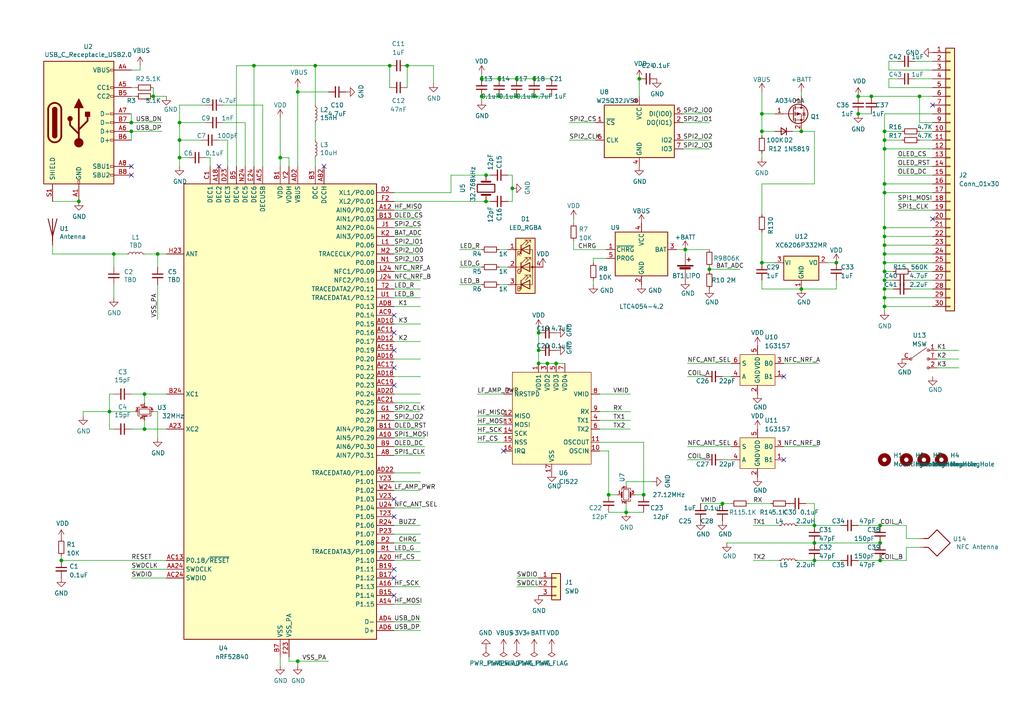
<source format=kicad_sch>
(kicad_sch (version 20230121) (generator eeschema)
  (paper "A4")
  (lib_symbols
    (symbol "AmiiboCardV2-rescue:+3.3V-power" (power) (pin_names (offset 0))
      (property "Value" "+3.3V-power" (at 0 3.556 0))
      (symbol "+3.3V-power_1_1"
        (pin power_in line (at 0 0 90) (length 0) hide (name "+3V3") (number "1"))
      )
    )
    (symbol "AmiiboCardV2-rescue:USB_C_Receptacle_USB2.0-Connector" (pin_names (offset 1.016))
      (property "Reference" "J" (at -10.16 19.05 0))
      (property "Value" "USB_C_Receptacle_USB2.0-Connector" (at 19.05 19.05 0))
      (symbol "USB_C_Receptacle_USB2.0-Connector_1_1"
        (pin power_in line (at 0 -22.86 90) (length 5.08) (name "GND") (number "A1"))
        (pin passive line (at 0 -22.86 90) (length 5.08) hide (name "GND") (number "A12"))
        (pin power_in line (at 15.24 15.24 180) (length 5.08) (name "VBUS") (number "A4"))
        (pin bidirectional line (at 15.24 10.16 180) (length 5.08) (name "CC1") (number "A5"))
        (pin bidirectional line (at 15.24 -2.54 180) (length 5.08) (name "D+") (number "A6"))
        (pin bidirectional line (at 15.24 2.54 180) (length 5.08) (name "D-") (number "A7"))
        (pin bidirectional line (at 15.24 -12.7 180) (length 5.08) (name "SBU1") (number "A8"))
        (pin passive line (at 15.24 15.24 180) (length 5.08) hide (name "VBUS") (number "A9"))
        (pin passive line (at 0 -22.86 90) (length 5.08) hide (name "GND") (number "B1"))
        (pin passive line (at 0 -22.86 90) (length 5.08) hide (name "GND") (number "B12"))
        (pin passive line (at 15.24 15.24 180) (length 5.08) hide (name "VBUS") (number "B4"))
        (pin bidirectional line (at 15.24 7.62 180) (length 5.08) (name "CC2") (number "B5"))
        (pin bidirectional line (at 15.24 -5.08 180) (length 5.08) (name "D+") (number "B6"))
        (pin bidirectional line (at 15.24 0 180) (length 5.08) (name "D-") (number "B7"))
        (pin bidirectional line (at 15.24 -15.24 180) (length 5.08) (name "SBU2") (number "B8"))
        (pin passive line (at 15.24 15.24 180) (length 5.08) hide (name "VBUS") (number "B9"))
        (pin passive line (at -7.62 -22.86 90) (length 5.08) (name "SHIELD") (number "S1"))
      )
    )
    (symbol "Battery_Management:LTC4054ES5-4.2" (pin_names (offset 0.254))
      (property "Reference" "U" (at -5.842 6.604 0))
      (property "Value" "LTC4054ES5-4.2" (at 1.524 6.604 0))
      (symbol "LTC4054ES5-4.2_1_1"
        (pin open_collector line (at -10.16 0 0) (length 2.54) (name "~{CHRG}") (number "1"))
        (pin power_in line (at 0 -10.16 90) (length 2.54) (name "GND") (number "2"))
        (pin power_out line (at 10.16 0 180) (length 2.54) (name "BAT") (number "3"))
        (pin power_in line (at 0 7.62 270) (length 2.54) (name "VCC") (number "4"))
        (pin bidirectional line (at -10.16 -2.54 0) (length 2.54) (name "PROG") (number "5"))
      )
    )
    (symbol "Connector_Generic:Conn_01x03" (pin_names (offset 1.016) hide)
      (property "Reference" "J" (at 0 5.08 0))
      (property "Value" "Conn_01x03" (at 0 -5.08 0))
      (symbol "Conn_01x03_1_1"
        (pin passive line (at -5.08 2.54 0) (length 3.81) (name "Pin_1") (number "1"))
        (pin passive line (at -5.08 0 0) (length 3.81) (name "Pin_2") (number "2"))
        (pin passive line (at -5.08 -2.54 0) (length 3.81) (name "Pin_3") (number "3"))
      )
    )
    (symbol "Connector_Generic:Conn_01x30" (pin_names (offset 1.016) hide)
      (property "Reference" "J" (at 0 38.1 0))
      (property "Value" "Conn_01x30" (at 0 -40.64 0))
      (symbol "Conn_01x30_1_1"
        (pin passive line (at -5.08 35.56 0) (length 3.81) (name "Pin_1") (number "1"))
        (pin passive line (at -5.08 12.7 0) (length 3.81) (name "Pin_10") (number "10"))
        (pin passive line (at -5.08 10.16 0) (length 3.81) (name "Pin_11") (number "11"))
        (pin passive line (at -5.08 7.62 0) (length 3.81) (name "Pin_12") (number "12"))
        (pin passive line (at -5.08 5.08 0) (length 3.81) (name "Pin_13") (number "13"))
        (pin passive line (at -5.08 2.54 0) (length 3.81) (name "Pin_14") (number "14"))
        (pin passive line (at -5.08 0 0) (length 3.81) (name "Pin_15") (number "15"))
        (pin passive line (at -5.08 -2.54 0) (length 3.81) (name "Pin_16") (number "16"))
        (pin passive line (at -5.08 -5.08 0) (length 3.81) (name "Pin_17") (number "17"))
        (pin passive line (at -5.08 -7.62 0) (length 3.81) (name "Pin_18") (number "18"))
        (pin passive line (at -5.08 -10.16 0) (length 3.81) (name "Pin_19") (number "19"))
        (pin passive line (at -5.08 33.02 0) (length 3.81) (name "Pin_2") (number "2"))
        (pin passive line (at -5.08 -12.7 0) (length 3.81) (name "Pin_20") (number "20"))
        (pin passive line (at -5.08 -15.24 0) (length 3.81) (name "Pin_21") (number "21"))
        (pin passive line (at -5.08 -17.78 0) (length 3.81) (name "Pin_22") (number "22"))
        (pin passive line (at -5.08 -20.32 0) (length 3.81) (name "Pin_23") (number "23"))
        (pin passive line (at -5.08 -22.86 0) (length 3.81) (name "Pin_24") (number "24"))
        (pin passive line (at -5.08 -25.4 0) (length 3.81) (name "Pin_25") (number "25"))
        (pin passive line (at -5.08 -27.94 0) (length 3.81) (name "Pin_26") (number "26"))
        (pin passive line (at -5.08 -30.48 0) (length 3.81) (name "Pin_27") (number "27"))
        (pin passive line (at -5.08 -33.02 0) (length 3.81) (name "Pin_28") (number "28"))
        (pin passive line (at -5.08 -35.56 0) (length 3.81) (name "Pin_29") (number "29"))
        (pin passive line (at -5.08 30.48 0) (length 3.81) (name "Pin_3") (number "3"))
        (pin passive line (at -5.08 -38.1 0) (length 3.81) (name "Pin_30") (number "30"))
        (pin passive line (at -5.08 27.94 0) (length 3.81) (name "Pin_4") (number "4"))
        (pin passive line (at -5.08 25.4 0) (length 3.81) (name "Pin_5") (number "5"))
        (pin passive line (at -5.08 22.86 0) (length 3.81) (name "Pin_6") (number "6"))
        (pin passive line (at -5.08 20.32 0) (length 3.81) (name "Pin_7") (number "7"))
        (pin passive line (at -5.08 17.78 0) (length 3.81) (name "Pin_8") (number "8"))
        (pin passive line (at -5.08 15.24 0) (length 3.81) (name "Pin_9") (number "9"))
      )
    )
    (symbol "Device:Antenna" (pin_numbers hide) (pin_names (offset 1.016) hide)
      (property "Reference" "AE" (at -1.905 1.905 0))
      (property "Value" "Antenna" (at -1.905 0 0))
      (symbol "Antenna_1_1"
        (pin input line (at 0 -5.08 90) (length 2.54) (name "A") (number "1"))
      )
    )
    (symbol "Device:Antenna_Loop" (pin_numbers hide) (pin_names (offset 1.016) hide)
      (property "Reference" "AE" (at 1.27 6.35 0))
      (property "Value" "Antenna_Loop" (at 1.27 5.08 0))
      (symbol "Antenna_Loop_1_1"
        (pin input line (at 0 -5.08 90) (length 2.54) (name "~") (number "1"))
        (pin input line (at 2.54 -5.08 90) (length 2.54) (name "~") (number "2"))
      )
    )
    (symbol "Device:Battery_Cell" (pin_numbers hide) (pin_names (offset 0) hide)
      (property "Reference" "BT" (at 2.54 2.54 0))
      (property "Value" "Battery_Cell" (at 2.54 0 0))
      (symbol "Battery_Cell_1_1"
        (pin passive line (at 0 5.08 270) (length 2.54) (name "+") (number "1"))
        (pin passive line (at 0 -2.54 90) (length 2.54) (name "-") (number "2"))
      )
    )
    (symbol "Device:C_Small" (pin_numbers hide) (pin_names (offset 0.254) hide)
      (property "Reference" "C" (at 0.254 1.778 0))
      (property "Value" "C_Small" (at 0.254 -2.032 0))
      (symbol "C_Small_1_1"
        (pin passive line (at 0 2.54 270) (length 2.032) (name "~") (number "1"))
        (pin passive line (at 0 -2.54 90) (length 2.032) (name "~") (number "2"))
      )
    )
    (symbol "Device:Crystal" (pin_numbers hide) (pin_names (offset 1.016) hide)
      (property "Reference" "Y" (at 0 3.81 0))
      (property "Value" "Crystal" (at 0 -3.81 0))
      (symbol "Crystal_1_1"
        (pin passive line (at -3.81 0 0) (length 1.27) (name "1") (number "1"))
        (pin passive line (at 3.81 0 180) (length 1.27) (name "2") (number "2"))
      )
    )
    (symbol "Device:Crystal_GND24_Small" (pin_names (offset 1.016) hide)
      (property "Reference" "Y" (at 1.27 4.445 0))
      (property "Value" "Crystal_GND24_Small" (at 1.27 2.54 0))
      (symbol "Crystal_GND24_Small_1_1"
        (pin passive line (at -2.54 0 0) (length 1.27) (name "1") (number "1"))
        (pin passive line (at 0 -2.54 90) (length 0.635) (name "2") (number "2"))
        (pin passive line (at 2.54 0 180) (length 1.27) (name "3") (number "3"))
        (pin passive line (at 0 2.54 270) (length 0.635) (name "4") (number "4"))
      )
    )
    (symbol "Device:D_Small" (pin_numbers hide) (pin_names (offset 0.254) hide)
      (property "Reference" "D" (at -1.27 2.032 0))
      (property "Value" "D_Small" (at -3.81 -2.032 0))
      (symbol "D_Small_1_1"
        (pin passive line (at -2.54 0 0) (length 1.778) (name "K") (number "1"))
        (pin passive line (at 2.54 0 180) (length 1.778) (name "A") (number "2"))
      )
    )
    (symbol "Device:LED_RGBA" (pin_names (offset 0) hide)
      (property "Reference" "D" (at 0 9.398 0))
      (property "Value" "LED_RGBA" (at 0 -8.89 0))
      (symbol "LED_RGBA_0_0"
        (text "B" (at -1.905 -6.35 0) (effects (font (size 1.27 1.27))))
        (text "G" (at -1.905 -1.27 0) (effects (font (size 1.27 1.27))))
        (text "R" (at -1.905 3.81 0) (effects (font (size 1.27 1.27))))
      )
      (symbol "LED_RGBA_1_1"
        (pin passive line (at -5.08 5.08 0) (length 2.54) (name "RK") (number "1"))
        (pin passive line (at -5.08 0 0) (length 2.54) (name "GK") (number "2"))
        (pin passive line (at -5.08 -5.08 0) (length 2.54) (name "BK") (number "3"))
        (pin passive line (at 5.08 0 180) (length 2.54) (name "A") (number "4"))
      )
    )
    (symbol "Device:L_Small" (pin_numbers hide) (pin_names (offset 0.254) hide)
      (property "Reference" "L" (at 0.762 1.016 0))
      (property "Value" "L_Small" (at 0.762 -1.016 0))
      (symbol "L_Small_1_1"
        (pin passive line (at 0 2.54 270) (length 0.508) (name "~") (number "1"))
        (pin passive line (at 0 -2.54 90) (length 0.508) (name "~") (number "2"))
      )
    )
    (symbol "Device:R_Small" (pin_numbers hide) (pin_names (offset 0.254) hide)
      (property "Reference" "R" (at 0.762 0.508 0))
      (property "Value" "R_Small" (at 0.762 -1.016 0))
      (symbol "R_Small_1_1"
        (pin passive line (at 0 2.54 270) (length 0.762) (name "~") (number "1"))
        (pin passive line (at 0 -2.54 90) (length 0.762) (name "~") (number "2"))
      )
    )
    (symbol "MCU_Nordic:nRF52840"
      (property "Reference" "U" (at 0 5.08 0))
      (property "Value" "nRF52840" (at 0 2.54 0))
      (symbol "nRF52840_1_1"
        (pin bidirectional line (at 33.02 -7.62 180) (length 5.08) (name "AIN5/P0.29") (number "A10"))
        (pin bidirectional line (at 33.02 58.42 180) (length 5.08) (name "AIN0/P0.02") (number "A12"))
        (pin bidirectional line (at 33.02 -55.88 180) (length 5.08) (name "P1.15") (number "A14"))
        (pin bidirectional line (at 33.02 -50.8 180) (length 5.08) (name "P1.13") (number "A16"))
        (pin passive line (at -17.78 71.12 270) (length 5.08) (name "DEC2") (number "A18"))
        (pin bidirectional line (at 33.02 -43.18 180) (length 5.08) (name "P1.10") (number "A20"))
        (pin passive line (at 0 71.12 270) (length 5.08) hide (name "VDD") (number "A22"))
        (pin input line (at -33.02 -5.08 0) (length 5.08) (name "XC2") (number "A23"))
        (pin bidirectional line (at 33.02 -12.7 180) (length 5.08) (name "AIN7/P0.31") (number "A8"))
        (pin input line (at -33.02 -45.72 0) (length 5.08) (name "SWDCLK") (number "AA24"))
        (pin power_out line (at 12.7 71.12 270) (length 5.08) (name "DCCH") (number "AB2"))
        (pin bidirectional line (at 33.02 22.86 180) (length 5.08) (name "P0.16") (number "AC11"))
        (pin bidirectional line (at -33.02 -43.18 0) (length 5.08) (name "P0.18/~{RESET}") (number "AC13"))
        (pin bidirectional line (at 33.02 17.78 180) (length 5.08) (name "P0.19") (number "AC15"))
        (pin bidirectional line (at 33.02 12.7 180) (length 5.08) (name "P0.21") (number "AC17"))
        (pin bidirectional line (at 33.02 7.62 180) (length 5.08) (name "P0.23") (number "AC19"))
        (pin bidirectional line (at 33.02 2.54 180) (length 5.08) (name "P0.25") (number "AC21"))
        (pin bidirectional line (at -33.02 -48.26 0) (length 5.08) (name "SWDIO") (number "AC24"))
        (pin passive line (at -5.08 71.12 270) (length 5.08) (name "DECUSB") (number "AC5"))
        (pin bidirectional line (at 33.02 27.94 180) (length 5.08) (name "P0.14") (number "AC9"))
        (pin bidirectional line (at 33.02 25.4 180) (length 5.08) (name "P0.15") (number "AD10"))
        (pin bidirectional line (at 33.02 20.32 180) (length 5.08) (name "P0.17") (number "AD12"))
        (pin passive line (at 0 71.12 270) (length 5.08) hide (name "VDD") (number "AD14"))
        (pin bidirectional line (at 33.02 15.24 180) (length 5.08) (name "P0.20") (number "AD16"))
        (pin bidirectional line (at 33.02 10.16 180) (length 5.08) (name "P0.22") (number "AD18"))
        (pin power_in line (at 5.08 71.12 270) (length 5.08) (name "VBUS") (number "AD2"))
        (pin bidirectional line (at 33.02 5.08 180) (length 5.08) (name "P0.24") (number "AD20"))
        (pin bidirectional line (at 33.02 -17.78 180) (length 5.08) (name "TRACEDATA0/P1.00") (number "AD22"))
        (pin passive line (at 0 71.12 270) (length 5.08) hide (name "VDD") (number "AD23"))
        (pin bidirectional line (at 33.02 -60.96 180) (length 5.08) (name "D-") (number "AD4"))
        (pin bidirectional line (at 33.02 -63.5 180) (length 5.08) (name "D+") (number "AD6"))
        (pin bidirectional line (at 33.02 30.48 180) (length 5.08) (name "P0.13") (number "AD8"))
        (pin power_in line (at 0 71.12 270) (length 5.08) (name "VDD") (number "B1"))
        (pin bidirectional line (at 33.02 -5.08 180) (length 5.08) (name "AIN4/P0.28") (number "B11"))
        (pin bidirectional line (at 33.02 55.88 180) (length 5.08) (name "AIN1/P0.03") (number "B13"))
        (pin bidirectional line (at 33.02 -53.34 180) (length 5.08) (name "P1.14") (number "B15"))
        (pin bidirectional line (at 33.02 -48.26 180) (length 5.08) (name "P1.12") (number "B17"))
        (pin bidirectional line (at 33.02 -45.72 180) (length 5.08) (name "P1.11") (number "B19"))
        (pin input line (at -33.02 5.08 0) (length 5.08) (name "XC1") (number "B24"))
        (pin power_out line (at 10.16 71.12 270) (length 5.08) (name "DCC") (number "B3"))
        (pin passive line (at -12.7 71.12 270) (length 5.08) (name "DEC4") (number "B5"))
        (pin power_in line (at 0 -71.12 90) (length 5.08) (name "VSS") (number "B7"))
        (pin bidirectional line (at 33.02 -10.16 180) (length 5.08) (name "AIN6/P0.30") (number "B9"))
        (pin passive line (at -20.32 71.12 270) (length 5.08) (name "DEC1") (number "C1"))
        (pin bidirectional line (at 33.02 63.5 180) (length 5.08) (name "XL1/P0.00") (number "D2"))
        (pin passive line (at -15.24 71.12 270) (length 5.08) (name "DEC3") (number "D23"))
        (pin passive line (at -7.62 71.12 270) (length 5.08) (name "DEC6") (number "E24"))
        (pin passive line (at 0 -71.12 90) (length 5.08) hide (name "VSS") (number "EP"))
        (pin bidirectional line (at 33.02 60.96 180) (length 5.08) (name "XL2/P0.01") (number "F2"))
        (pin power_in line (at 2.54 -71.12 90) (length 5.08) (name "VSS_PA") (number "F23"))
        (pin bidirectional line (at 33.02 0 180) (length 5.08) (name "P0.26") (number "G1"))
        (pin bidirectional line (at 33.02 -2.54 180) (length 5.08) (name "P0.27") (number "H2"))
        (pin passive line (at -33.02 45.72 0) (length 5.08) (name "ANT") (number "H23"))
        (pin bidirectional line (at 33.02 53.34 180) (length 5.08) (name "AIN2/P0.04") (number "J1"))
        (pin bidirectional line (at 33.02 38.1 180) (length 5.08) (name "NFC2/P0.10") (number "J24"))
        (pin bidirectional line (at 33.02 50.8 180) (length 5.08) (name "AIN3/P0.05") (number "K2"))
        (pin bidirectional line (at 33.02 48.26 180) (length 5.08) (name "P0.06") (number "L1"))
        (pin bidirectional line (at 33.02 40.64 180) (length 5.08) (name "NFC1/P0.09") (number "L24"))
        (pin bidirectional line (at 33.02 45.72 180) (length 5.08) (name "TRACECLK/P0.07") (number "M2"))
        (pin bidirectional line (at 33.02 43.18 180) (length 5.08) (name "P0.08") (number "N1"))
        (pin passive line (at -10.16 71.12 270) (length 5.08) (name "DEC5") (number "N24"))
        (pin bidirectional line (at 33.02 -38.1 180) (length 5.08) (name "P1.08") (number "P2"))
        (pin bidirectional line (at 33.02 -35.56 180) (length 5.08) (name "P1.07") (number "P23"))
        (pin bidirectional line (at 33.02 -40.64 180) (length 5.08) (name "TRACEDATA3/P1.09") (number "R1"))
        (pin bidirectional line (at 33.02 -33.02 180) (length 5.08) (name "P1.06") (number "R24"))
        (pin bidirectional line (at 33.02 35.56 180) (length 5.08) (name "TRACEDATA2/P0.11") (number "T2"))
        (pin bidirectional line (at 33.02 -30.48 180) (length 5.08) (name "P1.05") (number "T23"))
        (pin bidirectional line (at 33.02 33.02 180) (length 5.08) (name "TRACEDATA1/P0.12") (number "U1"))
        (pin bidirectional line (at 33.02 -27.94 180) (length 5.08) (name "P1.04") (number "U24"))
        (pin bidirectional line (at 33.02 -25.4 180) (length 5.08) (name "P1.03") (number "V23"))
        (pin passive line (at 0 71.12 270) (length 5.08) hide (name "VDD") (number "W1"))
        (pin bidirectional line (at 33.02 -22.86 180) (length 5.08) (name "P1.02") (number "W24"))
        (pin power_in line (at 2.54 71.12 270) (length 5.08) (name "VDDH") (number "Y2"))
        (pin bidirectional line (at 33.02 -20.32 180) (length 5.08) (name "P1.01") (number "Y23"))
      )
    )
    (symbol "Mechanical:MountingHole" (pin_names (offset 1.016))
      (property "Reference" "H" (at 0 5.08 0))
      (property "Value" "MountingHole" (at 0 3.175 0))
    )
    (symbol "Memory_Flash:W25Q32JVSS"
      (property "Reference" "U" (at -8.89 8.89 0))
      (property "Value" "W25Q32JVSS" (at 7.62 8.89 0))
      (symbol "W25Q32JVSS_1_1"
        (pin input line (at -12.7 2.54 0) (length 2.54) (name "~{CS}") (number "1"))
        (pin bidirectional line (at 12.7 2.54 180) (length 2.54) (name "DO(IO1)") (number "2"))
        (pin bidirectional line (at 12.7 -2.54 180) (length 2.54) (name "IO2") (number "3"))
        (pin power_in line (at 0 -10.16 90) (length 2.54) (name "GND") (number "4"))
        (pin bidirectional line (at 12.7 5.08 180) (length 2.54) (name "DI(IO0)") (number "5"))
        (pin input line (at -12.7 -2.54 0) (length 2.54) (name "CLK") (number "6"))
        (pin bidirectional line (at 12.7 -5.08 180) (length 2.54) (name "IO3") (number "7"))
        (pin power_in line (at 0 10.16 270) (length 2.54) (name "VCC") (number "8"))
      )
    )
    (symbol "Mylib:1G3157"
      (property "Reference" "U" (at -5.08 -6.35 0))
      (property "Value" "1G3157" (at 5.08 -6.35 0))
      (symbol "1G3157_1_1"
        (pin passive line (at 7.62 -2.54 180) (length 2.54) (name "B1") (number "1"))
        (pin power_in line (at 0 -7.62 90) (length 2.54) (name "GND") (number "2"))
        (pin passive line (at 7.62 1.27 180) (length 2.54) (name "B0") (number "3"))
        (pin passive line (at -7.62 -2.54 0) (length 2.54) (name "A") (number "4"))
        (pin power_in line (at 0 6.35 270) (length 2.54) (name "VDD") (number "5"))
        (pin input line (at -7.62 1.27 0) (length 2.54) (name "S") (number "6"))
      )
    )
    (symbol "Mylib:CI522"
      (property "Reference" "U" (at -20.32 6.35 0))
      (property "Value" "CI522" (at 13.97 -26.67 0))
      (symbol "CI522_1_1"
        (pin power_in line (at 2.54 3.81 270) (length 2.54) (name "VDD1") (number "1"))
        (pin input line (at 20.32 -21.59 180) (length 2.54) (name "OSCIN") (number "10"))
        (pin input line (at 20.32 -19.05 180) (length 2.54) (name "OSCOUT") (number "11"))
        (pin output line (at -7.62 -11.43 0) (length 2.54) (name "MISO") (number "12"))
        (pin input line (at -7.62 -13.97 0) (length 2.54) (name "MOSI") (number "13"))
        (pin input line (at -7.62 -16.51 0) (length 2.54) (name "SCK") (number "14"))
        (pin input line (at -7.62 -19.05 0) (length 2.54) (name "NSS") (number "15"))
        (pin output line (at -7.62 -21.59 0) (length 2.54) (name "IRQ") (number "16"))
        (pin power_in line (at 6.35 -27.94 90) (length 2.54) (name "VSS") (number "17"))
        (pin input line (at -7.62 -5.08 0) (length 2.54) (name "NRSTPD") (number "2"))
        (pin power_in line (at 5.08 3.81 270) (length 2.54) (name "VDD2") (number "3"))
        (pin output line (at 20.32 -12.7 180) (length 2.54) (name "TX1") (number "4"))
        (pin power_in line (at 7.62 3.81 270) (length 2.54) (name "VDD3") (number "5"))
        (pin output line (at 20.32 -15.24 180) (length 2.54) (name "TX2") (number "6"))
        (pin power_in line (at 10.16 3.81 270) (length 2.54) (name "VDD4") (number "7"))
        (pin power_in line (at 20.32 -5.08 180) (length 2.54) (name "VMID") (number "8"))
        (pin input line (at 20.32 -10.16 180) (length 2.54) (name "RX") (number "9"))
      )
    )
    (symbol "Mylib:MSW" (pin_names (offset 1.016))
      (property "Reference" "U" (at -2.54 -5.08 0))
      (property "Value" "MSW" (at 1.27 -5.08 0))
      (symbol "MSW_1_1"
        (pin output line (at 6.35 3.81 180) (length 2.54) (name "~") (number "1"))
        (pin output line (at 6.35 -1.27 180) (length 2.54) (name "~") (number "2"))
        (pin passive line (at 5.08 -3.81 180) (length 2.54) hide (name "~") (number "5"))
        (pin passive line (at 5.08 -3.81 180) (length 2.54) hide (name "~") (number "6"))
        (pin passive line (at 5.08 -3.81 180) (length 2.54) hide (name "~") (number "7"))
        (pin passive line (at 5.08 -3.81 180) (length 2.54) hide (name "~") (number "8"))
        (pin input line (at -3.81 1.27 0) (length 2.54) (name "~") (number "C"))
        (pin output line (at 6.35 1.27 180) (length 2.54) (name "~") (number "T"))
      )
    )
    (symbol "Regulator_Linear:XC6206PxxxMR" (pin_names (offset 0.254))
      (property "Reference" "U" (at -3.81 3.175 0))
      (property "Value" "XC6206PxxxMR" (at 0 3.175 0))
      (symbol "XC6206PxxxMR_1_1"
        (pin power_in line (at 0 -7.62 90) (length 2.54) (name "GND") (number "1"))
        (pin power_out line (at 7.62 0 180) (length 2.54) (name "VO") (number "2"))
        (pin power_in line (at -7.62 0 0) (length 2.54) (name "VI") (number "3"))
      )
    )
    (symbol "Transistor_FET:AO3401A" (pin_names hide)
      (property "Reference" "Q" (at 5.08 1.905 0))
      (property "Value" "AO3401A" (at 5.08 0 0))
      (symbol "AO3401A_1_1"
        (pin input line (at -5.08 0 0) (length 2.54) (name "G") (number "1"))
        (pin passive line (at 2.54 -5.08 90) (length 2.54) (name "S") (number "2"))
        (pin passive line (at 2.54 5.08 270) (length 2.54) (name "D") (number "3"))
      )
    )
    (symbol "power:+BATT" (power) (pin_names (offset 0))
      (property "Value" "+BATT" (at 0 3.556 0))
      (symbol "+BATT_1_1"
        (pin power_in line (at 0 0 90) (length 0) hide (name "+BATT") (number "1"))
      )
    )
    (symbol "power:GND" (power) (pin_names (offset 0))
      (property "Value" "GND" (at 0 -3.81 0))
      (symbol "GND_1_1"
        (pin power_in line (at 0 0 270) (length 0) hide (name "GND") (number "1"))
      )
    )
    (symbol "power:PWR_FLAG" (power) (pin_numbers hide) (pin_names (offset 0) hide)
      (property "Value" "PWR_FLAG" (at 0 3.81 0))
      (symbol "PWR_FLAG_0_0"
        (pin power_out line (at 0 0 90) (length 0) (name "pwr") (number "1"))
      )
    )
    (symbol "power:VBUS" (power) (pin_names (offset 0))
      (property "Value" "VBUS" (at 0 3.81 0))
      (symbol "VBUS_1_1"
        (pin power_in line (at 0 0 90) (length 0) hide (name "VBUS") (number "1"))
      )
    )
    (symbol "power:VDD" (power) (pin_names (offset 0))
      (property "Value" "VDD" (at 0 3.81 0))
      (symbol "VDD_1_1"
        (pin power_in line (at 0 0 90) (length 0) hide (name "VDD") (number "1"))
      )
    )
  )
  (junction (at 256.54 66.04))
  (junction (at 256.54 55.88))
  (junction (at 186.69 143.51))
  (junction (at 52.07 40.64))
  (junction (at 256.54 88.9))
  (junction (at 158.75 105.41))
  (junction (at 220.98 76.2))
  (junction (at 73.66 19.05))
  (junction (at 41.91 114.3))
  (junction (at 144.78 27.94))
  (junction (at 41.91 124.46))
  (junction (at 255.27 157.48))
  (junction (at 156.21 96.52))
  (junction (at 256.54 78.74))
  (junction (at 236.22 162.56))
  (junction (at 232.41 38.1))
  (junction (at 45.72 73.66))
  (junction (at 148.59 54.61))
  (junction (at 17.78 162.56))
  (junction (at 140.97 50.8))
  (junction (at 156.21 101.6))
  (junction (at 256.54 86.36))
  (junction (at 139.7 22.86))
  (junction (at 91.44 19.05))
  (junction (at 256.54 68.58))
  (junction (at 86.36 26.67))
  (junction (at 220.98 38.1))
  (junction (at 118.11 19.05))
  (junction (at 38.1 35.56))
  (junction (at 86.36 191.77))
  (junction (at 256.54 53.34))
  (junction (at 248.92 27.94))
  (junction (at 149.86 27.94))
  (junction (at 144.78 22.86))
  (junction (at 33.02 73.66))
  (junction (at 44.45 27.94))
  (junction (at 156.21 105.41))
  (junction (at 236.22 152.4))
  (junction (at 154.94 22.86))
  (junction (at 31.75 119.38))
  (junction (at 256.54 73.66))
  (junction (at 205.74 78.105))
  (junction (at 185.42 22.86))
  (junction (at 256.54 43.18))
  (junction (at 139.7 27.94))
  (junction (at 161.29 105.41))
  (junction (at 256.54 83.82))
  (junction (at 52.07 45.72))
  (junction (at 52.07 35.56))
  (junction (at 181.61 148.59))
  (junction (at 256.54 71.12))
  (junction (at 255.27 162.56))
  (junction (at 113.03 19.05))
  (junction (at 256.54 81.28))
  (junction (at 38.1 38.1))
  (junction (at 236.22 157.48))
  (junction (at 256.54 76.2))
  (junction (at 81.28 45.72))
  (junction (at 209.55 146.05))
  (junction (at 149.86 22.86))
  (junction (at 22.86 58.42))
  (junction (at 256.54 40.64))
  (junction (at 266.7 27.94))
  (junction (at 198.755 72.39))
  (junction (at 242.57 76.2))
  (junction (at 256.54 38.1))
  (junction (at 255.27 152.4))
  (junction (at 154.94 27.94))
  (junction (at 248.92 33.02))
  (junction (at 252.73 27.94))
  (junction (at 176.53 143.51))
  (junction (at 220.98 33.02))
  (junction (at 232.41 83.82))
  (junction (at 140.97 58.42))
  (no_connect (at 38.1 48.26))
  (no_connect (at 114.3 144.78))
  (no_connect (at 63.5 48.26))
  (no_connect (at 114.3 91.44))
  (no_connect (at 114.3 96.52))
  (no_connect (at 114.3 149.86))
  (no_connect (at 93.98 48.26))
  (no_connect (at 114.3 167.64))
  (no_connect (at 114.3 111.76))
  (no_connect (at 227.33 133.35))
  (no_connect (at 114.3 101.6))
  (no_connect (at 227.33 109.22))
  (no_connect (at 270.51 30.48))
  (no_connect (at 270.51 63.5))
  (no_connect (at 114.3 172.72))
  (no_connect (at 38.1 50.8))
  (no_connect (at 114.3 106.68))
  (no_connect (at 114.3 165.1))
  (no_connect (at 146.05 130.81))
  (wire (pts (xy 31.75 124.46) (xy 33.02 124.46)))
  (wire (pts (xy 256.54 33.02) (xy 270.51 33.02)))
  (wire (pts (xy 199.39 105.41) (xy 212.09 105.41)))
  (wire (pts (xy 114.3 182.88) (xy 121.92 182.88)))
  (wire (pts (xy 114.3 88.9) (xy 121.92 88.9)))
  (wire (pts (xy 114.3 154.94) (xy 121.92 154.94)))
  (wire (pts (xy 114.3 157.48) (xy 121.92 157.48)))
  (wire (pts (xy 52.07 30.48) (xy 59.69 30.48)))
  (wire (pts (xy 220.98 33.02) (xy 224.79 33.02)))
  (wire (pts (xy 52.07 40.64) (xy 52.07 35.56)))
  (wire (pts (xy 231.14 152.4) (xy 236.22 152.4)))
  (wire (pts (xy 220.98 83.82) (xy 232.41 83.82)))
  (wire (pts (xy 41.91 116.84) (xy 41.91 114.3)))
  (wire (pts (xy 114.3 127) (xy 123.19 127)))
  (wire (pts (xy 218.44 152.4) (xy 226.06 152.4)))
  (wire (pts (xy 256.54 88.9) (xy 256.54 90.17)))
  (wire (pts (xy 114.3 83.82) (xy 121.92 83.82)))
  (wire (pts (xy 148.59 58.42) (xy 148.59 54.61)))
  (wire (pts (xy 260.35 48.26) (xy 270.51 48.26)))
  (wire (pts (xy 257.81 17.78) (xy 257.81 20.32)))
  (wire (pts (xy 199.39 129.54) (xy 212.09 129.54)))
  (wire (pts (xy 114.3 147.32) (xy 121.92 147.32)))
  (wire (pts (xy 260.35 45.72) (xy 270.51 45.72)))
  (wire (pts (xy 166.37 72.39) (xy 175.895 72.39)))
  (wire (pts (xy 156.21 95.25) (xy 156.21 96.52)))
  (wire (pts (xy 236.22 162.56) (xy 243.84 162.56)))
  (wire (pts (xy 176.53 148.59) (xy 181.61 148.59)))
  (wire (pts (xy 130.81 55.88) (xy 130.81 50.8)))
  (wire (pts (xy 91.44 35.56) (xy 91.44 40.64)))
  (wire (pts (xy 38.1 25.4) (xy 39.37 25.4)))
  (wire (pts (xy 186.69 128.27) (xy 186.69 143.51)))
  (wire (pts (xy 173.99 119.38) (xy 182.88 119.38)))
  (wire (pts (xy 198.12 43.18) (xy 205.74 43.18)))
  (wire (pts (xy 41.91 114.3) (xy 48.26 114.3)))
  (wire (pts (xy 255.27 162.56) (xy 262.89 162.56)))
  (wire (pts (xy 81.28 45.72) (xy 83.82 45.72)))
  (wire (pts (xy 48.26 165.1) (xy 38.1 165.1)))
  (wire (pts (xy 255.27 152.4) (xy 262.89 152.4)))
  (wire (pts (xy 271.78 101.6) (xy 278.13 101.6)))
  (wire (pts (xy 233.68 146.05) (xy 236.22 146.05)))
  (wire (pts (xy 133.35 82.55) (xy 139.7 82.55)))
  (wire (pts (xy 256.54 38.1) (xy 256.54 40.64)))
  (wire (pts (xy 138.43 128.27) (xy 146.05 128.27)))
  (wire (pts (xy 264.16 78.74) (xy 270.51 78.74)))
  (wire (pts (xy 242.57 83.82) (xy 232.41 83.82)))
  (wire (pts (xy 38.1 38.1) (xy 46.99 38.1)))
  (wire (pts (xy 220.98 33.02) (xy 220.98 38.1)))
  (wire (pts (xy 185.42 22.86) (xy 185.42 27.94)))
  (wire (pts (xy 60.96 45.72) (xy 60.96 48.26)))
  (wire (pts (xy 138.43 125.73) (xy 146.05 125.73)))
  (wire (pts (xy 33.02 82.55) (xy 33.02 86.36)))
  (wire (pts (xy 181.61 139.7) (xy 181.61 140.97)))
  (wire (pts (xy 45.72 119.38) (xy 44.45 119.38)))
  (wire (pts (xy 156.21 105.41) (xy 158.75 105.41)))
  (wire (pts (xy 114.3 162.56) (xy 121.92 162.56)))
  (wire (pts (xy 236.22 38.1) (xy 236.22 53.34)))
  (wire (pts (xy 114.3 119.38) (xy 121.92 119.38)))
  (wire (pts (xy 114.3 152.4) (xy 121.92 152.4)))
  (wire (pts (xy 198.12 40.64) (xy 205.74 40.64)))
  (wire (pts (xy 181.61 148.59) (xy 186.69 148.59)))
  (wire (pts (xy 114.3 60.96) (xy 121.92 60.96)))
  (wire (pts (xy 45.72 73.66) (xy 48.26 73.66)))
  (wire (pts (xy 59.69 45.72) (xy 60.96 45.72)))
  (wire (pts (xy 83.82 191.77) (xy 86.36 191.77)))
  (wire (pts (xy 144.78 72.39) (xy 147.32 72.39)))
  (wire (pts (xy 38.1 35.56) (xy 46.99 35.56)))
  (wire (pts (xy 256.54 33.02) (xy 256.54 38.1)))
  (wire (pts (xy 158.75 105.41) (xy 161.29 105.41)))
  (wire (pts (xy 220.98 67.31) (xy 220.98 76.2)))
  (wire (pts (xy 220.98 53.34) (xy 220.98 62.23)))
  (wire (pts (xy 173.99 128.27) (xy 186.69 128.27)))
  (wire (pts (xy 184.15 143.51) (xy 186.69 143.51)))
  (wire (pts (xy 81.28 45.72) (xy 81.28 48.26)))
  (wire (pts (xy 114.3 116.84) (xy 121.92 116.84)))
  (wire (pts (xy 140.97 50.8) (xy 130.81 50.8)))
  (wire (pts (xy 38.1 27.94) (xy 39.37 27.94)))
  (wire (pts (xy 149.86 27.94) (xy 154.94 27.94)))
  (wire (pts (xy 41.91 121.92) (xy 41.91 124.46)))
  (wire (pts (xy 140.97 58.42) (xy 142.24 58.42)))
  (wire (pts (xy 256.54 78.74) (xy 256.54 76.2)))
  (wire (pts (xy 114.3 73.66) (xy 121.92 73.66)))
  (wire (pts (xy 256.54 66.04) (xy 256.54 55.88)))
  (wire (pts (xy 144.78 77.47) (xy 147.32 77.47)))
  (wire (pts (xy 113.03 19.05) (xy 113.03 25.4)))
  (wire (pts (xy 262.89 158.75) (xy 266.7 158.75)))
  (wire (pts (xy 256.54 73.66) (xy 270.51 73.66)))
  (wire (pts (xy 176.53 130.81) (xy 176.53 143.51)))
  (wire (pts (xy 139.7 27.94) (xy 139.7 29.21)))
  (wire (pts (xy 256.54 40.64) (xy 256.54 43.18)))
  (wire (pts (xy 138.43 114.3) (xy 146.05 114.3)))
  (wire (pts (xy 220.98 26.67) (xy 220.98 33.02)))
  (wire (pts (xy 166.37 63.5) (xy 166.37 64.77)))
  (wire (pts (xy 15.24 58.42) (xy 22.86 58.42)))
  (wire (pts (xy 114.3 81.28) (xy 121.92 81.28)))
  (wire (pts (xy 114.3 180.34) (xy 121.92 180.34)))
  (wire (pts (xy 114.3 63.5) (xy 121.92 63.5)))
  (wire (pts (xy 256.54 43.18) (xy 270.51 43.18)))
  (wire (pts (xy 256.54 73.66) (xy 256.54 71.12)))
  (wire (pts (xy 172.72 35.56) (xy 165.1 35.56)))
  (wire (pts (xy 154.94 22.86) (xy 160.02 22.86)))
  (wire (pts (xy 209.55 133.35) (xy 212.09 133.35)))
  (wire (pts (xy 41.91 124.46) (xy 48.26 124.46)))
  (wire (pts (xy 205.74 78.105) (xy 214.63 78.105)))
  (wire (pts (xy 64.77 35.56) (xy 71.12 35.56)))
  (wire (pts (xy 198.12 35.56) (xy 205.74 35.56)))
  (wire (pts (xy 44.45 25.4) (xy 44.45 27.94)))
  (wire (pts (xy 38.1 114.3) (xy 41.91 114.3)))
  (wire (pts (xy 270.51 35.56) (xy 266.7 35.56)))
  (wire (pts (xy 144.78 22.86) (xy 149.86 22.86)))
  (wire (pts (xy 91.44 19.05) (xy 91.44 30.48)))
  (wire (pts (xy 181.61 146.05) (xy 181.61 148.59)))
  (wire (pts (xy 73.66 48.26) (xy 73.66 19.05)))
  (wire (pts (xy 256.54 88.9) (xy 256.54 86.36)))
  (wire (pts (xy 260.35 58.42) (xy 270.51 58.42)))
  (wire (pts (xy 266.7 27.94) (xy 270.51 27.94)))
  (wire (pts (xy 40.64 20.32) (xy 38.1 20.32)))
  (wire (pts (xy 210.82 157.48) (xy 236.22 157.48)))
  (wire (pts (xy 256.54 76.2) (xy 270.51 76.2)))
  (wire (pts (xy 45.72 73.66) (xy 45.72 77.47)))
  (wire (pts (xy 227.33 105.41) (xy 237.49 105.41)))
  (wire (pts (xy 114.3 160.02) (xy 121.92 160.02)))
  (wire (pts (xy 156.21 96.52) (xy 156.21 101.6)))
  (wire (pts (xy 256.54 86.36) (xy 270.51 86.36)))
  (wire (pts (xy 114.3 137.16) (xy 121.92 137.16)))
  (wire (pts (xy 139.7 22.86) (xy 144.78 22.86)))
  (wire (pts (xy 91.44 45.72) (xy 91.44 48.26)))
  (wire (pts (xy 172.085 76.2) (xy 172.085 74.93)))
  (wire (pts (xy 256.54 55.88) (xy 256.54 53.34)))
  (wire (pts (xy 236.22 152.4) (xy 243.84 152.4)))
  (wire (pts (xy 220.98 76.2) (xy 224.79 76.2)))
  (wire (pts (xy 139.7 22.86) (xy 139.7 21.59)))
  (wire (pts (xy 166.37 69.85) (xy 166.37 72.39)))
  (wire (pts (xy 236.22 157.48) (xy 255.27 157.48)))
  (wire (pts (xy 140.97 50.8) (xy 142.24 50.8)))
  (wire (pts (xy 181.61 139.7) (xy 189.23 139.7)))
  (wire (pts (xy 33.02 73.66) (xy 33.02 77.47)))
  (wire (pts (xy 114.3 58.42) (xy 140.97 58.42)))
  (wire (pts (xy 256.54 71.12) (xy 270.51 71.12)))
  (wire (pts (xy 179.07 143.51) (xy 176.53 143.51)))
  (wire (pts (xy 44.45 27.94) (xy 48.26 27.94)))
  (wire (pts (xy 266.7 40.64) (xy 270.51 40.64)))
  (wire (pts (xy 256.54 53.34) (xy 256.54 43.18)))
  (wire (pts (xy 147.32 58.42) (xy 148.59 58.42)))
  (wire (pts (xy 198.12 33.02) (xy 205.74 33.02)))
  (wire (pts (xy 114.3 132.08) (xy 123.19 132.08)))
  (wire (pts (xy 114.3 139.7) (xy 121.92 139.7)))
  (wire (pts (xy 172.72 40.64) (xy 165.1 40.64)))
  (wire (pts (xy 149.86 170.18) (xy 156.21 170.18)))
  (wire (pts (xy 260.35 50.8) (xy 270.51 50.8)))
  (wire (pts (xy 114.3 142.24) (xy 121.92 142.24)))
  (wire (pts (xy 256.54 40.64) (xy 261.62 40.64)))
  (wire (pts (xy 133.35 72.39) (xy 139.7 72.39)))
  (wire (pts (xy 144.78 82.55) (xy 147.32 82.55)))
  (wire (pts (xy 33.02 73.66) (xy 36.83 73.66)))
  (wire (pts (xy 231.14 162.56) (xy 236.22 162.56)))
  (wire (pts (xy 114.3 76.2) (xy 121.92 76.2)))
  (wire (pts (xy 198.755 72.39) (xy 205.74 72.39)))
  (wire (pts (xy 256.54 78.74) (xy 259.08 78.74)))
  (wire (pts (xy 17.78 162.56) (xy 17.78 161.29)))
  (wire (pts (xy 256.54 53.34) (xy 270.51 53.34)))
  (wire (pts (xy 260.35 22.86) (xy 257.81 22.86)))
  (wire (pts (xy 232.41 26.67) (xy 232.41 27.94)))
  (wire (pts (xy 199.39 133.35) (xy 204.47 133.35)))
  (wire (pts (xy 76.2 30.48) (xy 76.2 48.26)))
  (wire (pts (xy 38.1 38.1) (xy 38.1 40.64)))
  (wire (pts (xy 86.36 25.4) (xy 86.36 26.67)))
  (wire (pts (xy 15.24 71.12) (xy 15.24 73.66)))
  (wire (pts (xy 31.75 114.3) (xy 33.02 114.3)))
  (wire (pts (xy 265.43 17.78) (xy 270.51 17.78)))
  (wire (pts (xy 172.085 74.93) (xy 175.895 74.93)))
  (wire (pts (xy 256.54 68.58) (xy 256.54 66.04)))
  (wire (pts (xy 220.98 38.1) (xy 224.79 38.1)))
  (wire (pts (xy 236.22 53.34) (xy 220.98 53.34)))
  (wire (pts (xy 252.73 27.94) (xy 266.7 27.94)))
  (wire (pts (xy 114.3 124.46) (xy 121.92 124.46)))
  (wire (pts (xy 52.07 48.26) (xy 52.07 45.72)))
  (wire (pts (xy 114.3 55.88) (xy 130.81 55.88)))
  (wire (pts (xy 205.74 78.105) (xy 205.74 78.74)))
  (wire (pts (xy 66.04 40.64) (xy 66.04 48.26)))
  (wire (pts (xy 81.28 190.5) (xy 81.28 193.04)))
  (wire (pts (xy 86.36 191.77) (xy 86.36 193.04)))
  (wire (pts (xy 173.99 130.81) (xy 176.53 130.81)))
  (wire (pts (xy 45.72 119.38) (xy 45.72 127)))
  (wire (pts (xy 173.99 121.92) (xy 182.88 121.92)))
  (wire (pts (xy 41.91 73.66) (xy 45.72 73.66)))
  (wire (pts (xy 138.43 120.65) (xy 146.05 120.65)))
  (wire (pts (xy 232.41 38.1) (xy 236.22 38.1)))
  (wire (pts (xy 86.36 26.67) (xy 86.36 48.26)))
  (wire (pts (xy 149.86 167.64) (xy 156.21 167.64)))
  (wire (pts (xy 248.92 27.94) (xy 252.73 27.94)))
  (wire (pts (xy 260.35 60.96) (xy 270.51 60.96)))
  (wire (pts (xy 68.58 48.26) (xy 68.58 19.05)))
  (wire (pts (xy 71.12 35.56) (xy 71.12 48.26)))
  (wire (pts (xy 114.3 71.12) (xy 121.92 71.12)))
  (wire (pts (xy 45.72 82.55) (xy 45.72 92.71)))
  (wire (pts (xy 271.78 104.14) (xy 278.13 104.14)))
  (wire (pts (xy 256.54 76.2) (xy 256.54 73.66)))
  (wire (pts (xy 161.29 105.41) (xy 163.83 105.41)))
  (wire (pts (xy 227.33 129.54) (xy 237.49 129.54)))
  (wire (pts (xy 114.3 99.06) (xy 121.92 99.06)))
  (wire (pts (xy 63.5 40.64) (xy 66.04 40.64)))
  (wire (pts (xy 256.54 71.12) (xy 256.54 68.58)))
  (wire (pts (xy 138.43 123.19) (xy 146.05 123.19)))
  (wire (pts (xy 114.3 68.58) (xy 121.92 68.58)))
  (wire (pts (xy 64.77 30.48) (xy 76.2 30.48)))
  (wire (pts (xy 31.75 119.38) (xy 31.75 124.46)))
  (wire (pts (xy 173.99 124.46) (xy 182.88 124.46)))
  (wire (pts (xy 229.87 38.1) (xy 232.41 38.1)))
  (wire (pts (xy 125.73 19.05) (xy 125.73 24.13)))
  (wire (pts (xy 114.3 86.36) (xy 121.92 86.36)))
  (wire (pts (xy 256.54 66.04) (xy 270.51 66.04)))
  (wire (pts (xy 31.75 114.3) (xy 31.75 119.38)))
  (wire (pts (xy 114.3 114.3) (xy 121.92 114.3)))
  (wire (pts (xy 242.57 81.28) (xy 242.57 83.82)))
  (wire (pts (xy 248.92 33.02) (xy 252.73 33.02)))
  (wire (pts (xy 248.92 162.56) (xy 255.27 162.56)))
  (wire (pts (xy 248.92 152.4) (xy 255.27 152.4)))
  (wire (pts (xy 133.35 77.47) (xy 139.7 77.47)))
  (wire (pts (xy 266.7 27.94) (xy 266.7 35.56)))
  (wire (pts (xy 83.82 45.72) (xy 83.82 48.26)))
  (wire (pts (xy 236.22 146.05) (xy 236.22 152.4)))
  (wire (pts (xy 262.89 162.56) (xy 262.89 158.75)))
  (wire (pts (xy 262.89 156.21) (xy 266.7 156.21)))
  (wire (pts (xy 114.3 104.14) (xy 121.92 104.14)))
  (wire (pts (xy 198.755 72.39) (xy 198.755 73.66)))
  (wire (pts (xy 147.32 50.8) (xy 148.59 50.8)))
  (wire (pts (xy 144.78 27.94) (xy 149.86 27.94)))
  (wire (pts (xy 52.07 35.56) (xy 52.07 30.48)))
  (wire (pts (xy 114.3 93.98) (xy 121.92 93.98)))
  (wire (pts (xy 266.7 38.1) (xy 270.51 38.1)))
  (wire (pts (xy 95.25 26.67) (xy 86.36 26.67)))
  (wire (pts (xy 81.28 34.29) (xy 81.28 45.72)))
  (wire (pts (xy 154.94 27.94) (xy 160.02 27.94)))
  (wire (pts (xy 114.3 78.74) (xy 121.92 78.74)))
  (wire (pts (xy 257.81 22.86) (xy 257.81 25.4)))
  (wire (pts (xy 256.54 38.1) (xy 261.62 38.1)))
  (wire (pts (xy 220.98 81.28) (xy 220.98 83.82)))
  (wire (pts (xy 256.54 83.82) (xy 256.54 81.28)))
  (wire (pts (xy 270.51 88.9) (xy 256.54 88.9)))
  (wire (pts (xy 24.13 119.38) (xy 24.13 120.65)))
  (wire (pts (xy 31.75 119.38) (xy 39.37 119.38)))
  (wire (pts (xy 83.82 190.5) (xy 83.82 191.77)))
  (wire (pts (xy 240.03 76.2) (xy 242.57 76.2)))
  (wire (pts (xy 52.07 45.72) (xy 54.61 45.72)))
  (wire (pts (xy 86.36 191.77) (xy 95.25 191.77)))
  (wire (pts (xy 256.54 68.58) (xy 270.51 68.58)))
  (wire (pts (xy 220.98 44.45) (xy 220.98 45.72)))
  (wire (pts (xy 218.44 162.56) (xy 226.06 162.56)))
  (wire (pts (xy 209.55 109.22) (xy 212.09 109.22)))
  (wire (pts (xy 262.89 152.4) (xy 262.89 156.21)))
  (wire (pts (xy 156.21 101.6) (xy 156.21 105.41)))
  (wire (pts (xy 68.58 19.05) (xy 73.66 19.05)))
  (wire (pts (xy 114.3 121.92) (xy 121.92 121.92)))
  (wire (pts (xy 173.99 114.3) (xy 182.88 114.3)))
  (wire (pts (xy 220.98 38.1) (xy 220.98 39.37)))
  (wire (pts (xy 264.16 83.82) (xy 270.51 83.82)))
  (wire (pts (xy 17.78 162.56) (xy 48.26 162.56)))
  (wire (pts (xy 256.54 81.28) (xy 256.54 78.74)))
  (wire (pts (xy 38.1 124.46) (xy 41.91 124.46)))
  (wire (pts (xy 256.54 55.88) (xy 270.51 55.88)))
  (wire (pts (xy 15.24 73.66) (xy 33.02 73.66)))
  (wire (pts (xy 149.86 22.86) (xy 154.94 22.86)))
  (wire (pts (xy 196.215 72.39) (xy 198.755 72.39)))
  (wire (pts (xy 199.39 109.22) (xy 204.47 109.22)))
  (wire (pts (xy 52.07 35.56) (xy 59.69 35.56)))
  (wire (pts (xy 205.74 77.47) (xy 205.74 78.105)))
  (wire (pts (xy 114.3 66.04) (xy 121.92 66.04)))
  (wire (pts (xy 264.16 81.28) (xy 270.51 81.28)))
  (wire (pts (xy 118.11 19.05) (xy 118.11 25.4)))
  (wire (pts (xy 256.54 86.36) (xy 256.54 83.82)))
  (wire (pts (xy 203.2 146.05) (xy 209.55 146.05)))
  (wire (pts (xy 257.81 25.4) (xy 270.51 25.4)))
  (wire (pts (xy 260.35 17.78) (xy 257.81 17.78)))
  (wire (pts (xy 256.54 81.28) (xy 259.08 81.28)))
  (wire (pts (xy 114.3 129.54) (xy 123.19 129.54)))
  (wire (pts (xy 52.07 45.72) (xy 52.07 40.64)))
  (wire (pts (xy 40.64 19.05) (xy 40.64 20.32)))
  (wire (pts (xy 217.17 146.05) (xy 223.52 146.05)))
  (wire (pts (xy 271.78 106.68) (xy 278.13 106.68)))
  (wire (pts (xy 256.54 83.82) (xy 259.08 83.82)))
  (wire (pts (xy 209.55 146.05) (xy 212.09 146.05)))
  (wire (pts (xy 148.59 54.61) (xy 148.59 50.8)))
  (wire (pts (xy 139.7 27.94) (xy 144.78 27.94)))
  (wire (pts (xy 91.44 19.05) (xy 113.03 19.05)))
  (wire (pts (xy 73.66 19.05) (xy 91.44 19.05)))
  (wire (pts (xy 52.07 40.64) (xy 58.42 40.64)))
  (wire (pts (xy 24.13 119.38) (xy 31.75 119.38)))
  (wire (pts (xy 38.1 33.02) (xy 38.1 35.56)))
  (wire (pts (xy 48.26 167.64) (xy 38.1 167.64)))
  (wire (pts (xy 114.3 170.18) (xy 121.92 170.18)))
  (wire (pts (xy 114.3 175.26) (xy 121.92 175.26)))
  (wire (pts (xy 257.81 20.32) (xy 270.51 20.32)))
  (wire (pts (xy 114.3 109.22) (xy 121.92 109.22)))
  (wire (pts (xy 265.43 22.86) (xy 270.51 22.86)))
  (wire (pts (xy 172.085 81.28) (xy 172.085 82.55)))
  (wire (pts (xy 118.11 19.05) (xy 125.73 19.05)))
  (label "LED_R" (at 133.35 72.39 0))
  (label "NFC_NRF_B" (at 227.33 129.54 0))
  (label "TX2" (at 177.8 124.46 0))
  (label "LED_B" (at 133.35 82.55 0))
  (label "OLED_DC" (at 114.3 129.54 0))
  (label "LF_AMP_PWR" (at 114.3 142.24 0))
  (label "SPI2_IO3" (at 198.12 43.18 0))
  (label "K3" (at 115.57 93.98 0))
  (label "USB_DP" (at 114.3 182.88 0))
  (label "RESET" (at 38.1 162.56 0))
  (label "BUZZ" (at 115.57 152.4 0))
  (label "LED_G" (at 133.35 77.47 0))
  (label "SPI1_CLK" (at 114.3 132.08 0))
  (label "CHRG" (at 115.57 157.48 0))
  (label "RX" (at 177.8 119.38 0))
  (label "SPI2_IO0" (at 198.12 33.02 0))
  (label "SWDCLK" (at 149.86 170.18 0))
  (label "VSS_PA" (at 87.63 191.77 0))
  (label "HF_MOSI" (at 138.43 123.19 0))
  (label "USB_DN" (at 114.3 180.34 0))
  (label "NFC_ANT_SEL" (at 114.3 147.32 0))
  (label "SWDIO" (at 38.1 167.64 0))
  (label "COIL_B" (at 199.39 133.35 0))
  (label "NFC_NRF_B" (at 114.3 81.28 0))
  (label "BAT_ADC" (at 207.645 78.105 0))
  (label "SPI1_CLK" (at 260.35 60.96 0))
  (label "RX" (at 218.44 146.05 0))
  (label "NFC_NRF_A" (at 114.3 78.74 0))
  (label "SPI2_IO2" (at 198.12 40.64 0))
  (label "K2" (at 271.78 104.14 0))
  (label "SPI2_CLK" (at 114.3 119.38 0))
  (label "HF_CS" (at 138.43 128.27 0))
  (label "TX1" (at 177.8 121.92 0))
  (label "SPI2_IO1" (at 114.3 71.12 0))
  (label "VMID" (at 177.8 114.3 0))
  (label "LED_R" (at 114.3 83.82 0))
  (label "SPI2_CLK" (at 165.1 40.64 0))
  (label "LF_AMP_PWR" (at 138.43 114.3 0))
  (label "COIL_B" (at 255.27 162.56 0))
  (label "SWDCLK" (at 38.1 165.1 0))
  (label "TX2" (at 218.44 162.56 0))
  (label "HF_MISO" (at 138.43 120.65 0))
  (label "SPI1_MOSI" (at 260.35 58.42 0))
  (label "VMID" (at 203.2 146.05 0))
  (label "USB_DP" (at 39.37 38.1 0))
  (label "SPI1_MOSI" (at 114.3 127 0))
  (label "CHRG" (at 167.64 72.39 0))
  (label "LED_B" (at 114.3 86.36 0))
  (label "SWDIO" (at 149.86 167.64 0))
  (label "VSS_PA" (at 45.72 85.09 270))
  (label "HF_CS" (at 114.3 162.56 0))
  (label "NFC_ANT_SEL" (at 199.39 105.41 0))
  (label "HF_SCK" (at 138.43 125.73 0))
  (label "HF_MISO" (at 114.3 60.96 0))
  (label "COIL_A" (at 199.39 109.22 0))
  (label "K2" (at 115.57 99.06 0))
  (label "SPI2_IO1" (at 198.12 35.56 0))
  (label "OLED_RST" (at 114.3 124.46 0))
  (label "LED_G" (at 114.3 160.02 0))
  (label "K1" (at 271.78 101.6 0))
  (label "NFC_NRF_A" (at 227.33 105.41 0))
  (label "OLED_DC" (at 260.35 50.8 0))
  (label "TX1" (at 218.44 152.4 0))
  (label "SPI2_IO3" (at 114.3 76.2 0))
  (label "HF_MOSI" (at 114.3 175.26 0))
  (label "OLED_CS" (at 114.3 63.5 0))
  (label "SPI2_IO0" (at 114.3 73.66 0))
  (label "COIL_A" (at 255.27 152.4 0))
  (label "HF_SCK" (at 114.3 170.18 0))
  (label "SPI2_IO2" (at 114.3 121.92 0))
  (label "OLED_CS" (at 260.35 45.72 0))
  (label "USB_DN" (at 39.37 35.56 0))
  (label "K1" (at 115.57 88.9 0))
  (label "OLED_RST" (at 260.35 48.26 0))
  (label "NFC_ANT_SEL" (at 199.39 129.54 0))
  (label "SPI2_CS" (at 165.1 35.56 0))
  (label "K3" (at 271.78 106.68 0))
  (label "SPI2_CS" (at 114.3 66.04 0))
  (label "BAT_ADC" (at 114.3 68.58 0))
  (symbol (lib_id "Device:R_Small") (at 172.085 78.74 180) (unit 1)
    (property "Reference" "R8" (at 173.5836 77.9053 0) (effects (justify right)))
    (property "Value" "10K" (at 173.5836 80.4422 0) (effects (justify right)))
    (property "Footprint" "Resistor_SMD:R_0402_1005Metric" (effects hide))
  )
  (symbol (lib_id "Device:C_Small") (at 60.96 40.64 270) (unit 1)
    (property "Reference" "C7" (at 58.42 39.37 90))
    (property "Value" "100pF" (at 66.04 39.37 90))
    (property "Footprint" "Capacitor_SMD:C_0402_1005Metric" (effects hide))
  )
  (symbol (lib_id "power:GND") (at 261.62 104.14 0) (unit 1)
    (property "Reference" "#PWR057" (effects hide))
    (property "Value" "GND" (at 260.35 107.95 0) (effects (justify left)))
  )
  (symbol (lib_id "Device:C_Small") (at 203.2 148.59 180) (unit 1)
    (property "Reference" "C25" (at 200.66 151.13 0) (effects (justify left)))
    (property "Value" "1uF" (at 201.93 147.32 0) (effects (justify left)))
    (property "Footprint" "Capacitor_SMD:C_0402_1005Metric" (effects hide))
  )
  (symbol (lib_id "Device:C_Small") (at 255.27 154.94 0) (unit 1)
    (property "Reference" "C38" (at 251.46 153.67 0) (effects (justify left)))
    (property "Value" "150pF" (at 247.65 156.21 0) (effects (justify left)))
    (property "Footprint" "Capacitor_SMD:C_0402_1005Metric" (effects hide))
  )
  (symbol (lib_id "power:VBUS") (at 40.64 19.05 0) (unit 1)
    (property "Reference" "#PWR06" (effects hide))
    (property "Value" "VBUS" (at 41.021 14.6558 0))
  )
  (symbol (lib_id "Device:R_Small") (at 205.74 74.93 0) (unit 1)
    (property "Reference" "R9" (at 208.28 74.93 0))
    (property "Value" "806K" (at 212.09 74.93 0))
    (property "Footprint" "Resistor_SMD:R_0402_1005Metric" (effects hide))
  )
  (symbol (lib_id "power:VBUS") (at 146.05 187.96 0) (unit 1)
    (property "Reference" "#PWR019" (effects hide))
    (property "Value" "VBUS" (at 146.431 183.5658 0))
  )
  (symbol (lib_id "Device:R_Small") (at 264.16 40.64 270) (unit 1)
    (property "Reference" "R17" (at 261.62 39.37 90) (effects (justify right)))
    (property "Value" "4.7K" (at 270.51 39.37 90) (effects (justify right)))
    (property "Footprint" "Resistor_SMD:R_0402_1005Metric" (effects hide))
  )
  (symbol (lib_id "power:+BATT") (at 154.94 187.96 0) (unit 1)
    (property "Reference" "#PWR022" (effects hide))
    (property "Value" "+BATT" (at 155.321 183.5658 0))
  )
  (symbol (lib_id "Device:R_Small") (at 166.37 67.31 180) (unit 1)
    (property "Reference" "R7" (at 167.8686 66.4753 0) (effects (justify right)))
    (property "Value" "10K" (at 167.8686 69.0122 0) (effects (justify right)))
    (property "Footprint" "Resistor_SMD:R_0402_1005Metric" (effects hide))
  )
  (symbol (lib_id "power:VBUS") (at 86.36 25.4 0) (unit 1)
    (property "Reference" "#PWR012" (effects hide))
    (property "Value" "VBUS" (at 86.741 21.0058 0))
  )
  (symbol (lib_id "Device:Antenna") (at 15.24 66.04 0) (unit 1)
    (property "Reference" "U1" (at 17.272 66.3194 0) (effects (justify left)))
    (property "Value" "Antenna" (at 17.272 68.6308 0) (effects (justify left)))
    (property "Footprint" "MyLib:AN2051" (effects hide))
  )
  (symbol (lib_id "Device:C_Small") (at 115.57 19.05 270) (unit 1)
    (property "Reference" "C11" (at 115.57 12.7 90))
    (property "Value" "1uF" (at 115.57 15.24 90))
    (property "Footprint" "Capacitor_SMD:C_0402_1005Metric" (effects hide))
  )
  (symbol (lib_id "Device:C_Small") (at 158.75 96.52 270) (unit 1)
    (property "Reference" "C19" (at 157.48 95.25 90))
    (property "Value" "4.7uF" (at 162.56 95.25 90))
    (property "Footprint" "Capacitor_SMD:C_0402_1005Metric" (effects hide))
  )
  (symbol (lib_id "power:GND") (at 189.23 139.7 90) (unit 1)
    (property "Reference" "#PWR037" (effects hide))
    (property "Value" "GND" (at 193.6242 139.573 0))
  )
  (symbol (lib_id "power:GND") (at 270.51 15.24 270) (unit 1)
    (property "Reference" "#PWR058" (effects hide))
    (property "Value" "GND" (at 266.7 15.24 90) (effects (justify right)))
  )
  (symbol (lib_id "power:PWR_FLAG") (at 146.05 187.96 180) (unit 1)
    (property "Reference" "#U02" (effects hide))
    (property "Value" "PWR_FLAG" (at 146.05 192.3542 0))
  )
  (symbol (lib_id "power:GND") (at 81.28 193.04 0) (unit 1)
    (property "Reference" "#PWR011" (effects hide))
    (property "Value" "GND" (at 81.407 197.4342 0))
  )
  (symbol (lib_id "Device:Crystal") (at 140.97 54.61 90) (unit 1)
    (property "Reference" "U5" (at 134.1628 54.61 0))
    (property "Value" "32.768kHz" (at 137.16 53.34 0))
    (property "Footprint" "Crystal:Crystal_SMD_2012-2Pin_2.0x1.2mm" (effects hide))
  )
  (symbol (lib_id "power:VDD") (at 166.37 63.5 0) (unit 1)
    (property "Reference" "#PWR030" (effects hide))
    (property "Value" "VDD" (at 166.37 59.69 0))
  )
  (symbol (lib_id "power:GND") (at 219.71 114.3 0) (unit 1)
    (property "Reference" "#PWR046" (effects hide))
    (property "Value" "GND" (at 218.44 118.11 0) (effects (justify left)))
  )
  (symbol (lib_id "Device:C_Small") (at 261.62 83.82 90) (unit 1)
    (property "Reference" "C41" (at 260.35 82.55 90) (effects (justify left)))
    (property "Value" "2.2uF" (at 269.24 82.55 90) (effects (justify left)))
    (property "Footprint" "Capacitor_SMD:C_0402_1005Metric" (effects hide))
  )
  (symbol (lib_id "Device:R_Small") (at 214.63 146.05 90) (unit 1)
    (property "Reference" "R11" (at 213.36 148.59 90))
    (property "Value" "5.1K" (at 217.17 148.59 90))
    (property "Footprint" "Resistor_SMD:R_0402_1005Metric" (effects hide))
  )
  (symbol (lib_id "power:+BATT") (at 232.41 26.67 0) (unit 1)
    (property "Reference" "#PWR051" (effects hide))
    (property "Value" "+BATT" (at 232.41 23.0942 0))
  )
  (symbol (lib_id "Device:R_Small") (at 142.24 82.55 90) (unit 1)
    (property "Reference" "R6" (at 139.7 83.82 90) (effects (justify left)))
    (property "Value" "1K" (at 147.32 83.82 90) (effects (justify left)))
    (property "Footprint" "Resistor_SMD:R_0402_1005Metric" (effects hide))
  )
  (symbol (lib_id "AmiiboCardV2-rescue:USB_C_Receptacle_USB2.0-Connector") (at 22.86 35.56 0) (unit 1)
    (property "Reference" "U2" (at 25.5778 13.5382 0))
    (property "Value" "USB_C_Receptacle_USB2.0" (at 25.5778 15.8496 0))
    (property "Footprint" "MyLib:USB_C_Receptacle_HRO_TYPE-C-31-M-12" (effects hide))
    (property "Datasheet" "https://www.usb.org/sites/default/files/documents/usb_type-c.zip" (effects hide))
  )
  (symbol (lib_id "Device:Crystal_GND24_Small") (at 41.91 119.38 270) (unit 1)
    (property "Reference" "U3" (at 45.5676 118.2116 90) (effects (justify left)))
    (property "Value" "32MHz" (at 46.99 120.65 90) (effects (justify left)))
    (property "Footprint" "Crystal:Crystal_SMD_2016-4Pin_2.0x1.6mm" (effects hide))
  )
  (symbol (lib_id "Device:C_Small") (at 261.62 81.28 90) (unit 1)
    (property "Reference" "C40" (at 260.35 80.01 90) (effects (justify left)))
    (property "Value" "4.7uF" (at 269.24 80.01 90) (effects (justify left)))
    (property "Footprint" "Capacitor_SMD:C_0402_1005Metric" (effects hide))
  )
  (symbol (lib_id "Memory_Flash:W25Q32JVSS") (at 185.42 38.1 0) (unit 1)
    (property "Reference" "U8" (at 175.26 26.67 0))
    (property "Value" "W25Q32JVSS" (at 179.07 29.21 0))
    (property "Footprint" "Package_SO:SOIC-8_5.23x5.23mm_P1.27mm" (effects hide))
    (property "Datasheet" "http://www.winbond.com/resource-files/w25q32jv%20revg%2003272018%20plus.pdf" (effects hide))
  )
  (symbol (lib_id "power:GND") (at 100.33 26.67 90) (unit 1)
    (property "Reference" "#PWR014" (effects hide))
    (property "Value" "GND" (at 104.7242 26.543 0))
  )
  (symbol (lib_id "power:GND") (at 139.7 29.21 0) (unit 1)
    (property "Reference" "#PWR017" (effects hide))
    (property "Value" "GND" (at 139.827 33.6042 0))
  )
  (symbol (lib_id "Device:C_Small") (at 154.94 25.4 180) (unit 1)
    (property "Reference" "C18" (at 156.21 22.86 0))
    (property "Value" "4.7uF" (at 157.48 27.94 0))
    (property "Footprint" "Capacitor_SMD:C_0402_1005Metric" (effects hide))
  )
  (symbol (lib_id "Device:C_Small") (at 57.15 45.72 270) (unit 1)
    (property "Reference" "C6" (at 54.61 44.45 90))
    (property "Value" "0.1uF" (at 62.23 44.45 90))
    (property "Footprint" "Capacitor_SMD:C_0402_1005Metric" (effects hide))
  )
  (symbol (lib_id "Device:Antenna_Loop") (at 271.78 156.21 270) (unit 1)
    (property "Reference" "U14" (at 276.352 156.3116 90) (effects (justify left)))
    (property "Value" " NFC Antenna" (at 276.352 158.623 90) (effects (justify left)))
    (property "Footprint" "MyLib:NFC_PAD" (effects hide))
  )
  (symbol (lib_id "Device:C_Small") (at 252.73 30.48 180) (unit 1)
    (property "Reference" "C37" (at 257.81 30.48 0) (effects (justify left)))
    (property "Value" "1uF" (at 256.54 33.02 0) (effects (justify left)))
    (property "Footprint" "Capacitor_SMD:C_0402_1005Metric" (effects hide))
  )
  (symbol (lib_id "power:GND") (at 210.82 157.48 0) (unit 1)
    (property "Reference" "#PWR044" (effects hide))
    (property "Value" "GND" (at 209.55 161.29 0) (effects (justify left)))
  )
  (symbol (lib_id "Device:R_Small") (at 226.06 146.05 270) (unit 1)
    (property "Reference" "R14" (at 222.25 148.59 90))
    (property "Value" "5.1K" (at 226.06 148.59 90))
    (property "Footprint" "Resistor_SMD:R_0402_1005Metric" (effects hide))
  )
  (symbol (lib_id "power:PWR_FLAG") (at 149.86 187.96 180) (unit 1)
    (property "Reference" "#U03" (effects hide))
    (property "Value" "PWR_FLAG" (at 149.86 192.3542 0))
  )
  (symbol (lib_id "Connector_Generic:Conn_01x30") (at 275.59 50.8 0) (unit 1)
    (property "Reference" "J2" (at 278.13 50.8 0) (effects (justify left)))
    (property "Value" "Conn_01x30" (at 278.13 53.34 0) (effects (justify left)))
    (property "Footprint" "MyLib:FPC_30P_0.7" (effects hide))
  )
  (symbol (lib_id "power:GND") (at 22.86 58.42 0) (unit 1)
    (property "Reference" "#PWR03" (effects hide))
    (property "Value" "GND" (at 22.987 62.8142 0))
  )
  (symbol (lib_id "Transistor_FET:AO3401A") (at 229.87 33.02 0) (unit 1)
    (property "Reference" "Q1" (at 235.077 33.8547 0) (effects (justify left)))
    (property "Value" "AO3401A" (at 224.79 29.21 0) (effects (justify left)))
    (property "Footprint" "Package_TO_SOT_SMD:SOT-23" (effects hide))
    (property "Datasheet" "http://www.aosmd.com/pdfs/datasheet/AO3401A.pdf" (effects hide))
  )
  (symbol (lib_id "Device:C_Small") (at 62.23 30.48 270) (unit 1)
    (property "Reference" "C8" (at 59.69 29.21 90))
    (property "Value" "4.7uF" (at 66.04 29.21 90))
    (property "Footprint" "Capacitor_SMD:C_0402_1005Metric" (effects hide))
  )
  (symbol (lib_id "Device:C_Small") (at 186.69 146.05 0) (unit 1)
    (property "Reference" "C23" (at 190.5 147.32 0))
    (property "Value" "12pF" (at 191.77 149.86 0))
    (property "Footprint" "Capacitor_SMD:C_0402_1005Metric" (effects hide))
  )
  (symbol (lib_id "power:GND") (at 172.085 82.55 0) (unit 1)
    (property "Reference" "#PWR031" (effects hide))
    (property "Value" "GND" (at 173.99 84.2538 0) (effects (justify left)))
  )
  (symbol (lib_id "Device:Crystal_GND24_Small") (at 181.61 143.51 0) (unit 1)
    (property "Reference" "U7" (at 180.4416 139.8524 90) (effects (justify left)))
    (property "Value" "27.12MHz" (at 189.23 143.51 0) (effects (justify left)))
    (property "Footprint" "Crystal:Crystal_SMD_2016-4Pin_2.0x1.6mm" (effects hide))
  )
  (symbol (lib_id "power:+BATT") (at 198.755 72.39 0) (unit 1)
    (property "Reference" "#PWR039" (effects hide))
    (property "Value" "+BATT" (at 198.755 68.8142 0))
  )
  (symbol (lib_id "Device:C_Small") (at 262.89 17.78 90) (unit 1)
    (property "Reference" "C42" (at 261.62 16.51 90) (effects (justify left)))
    (property "Value" "1uF" (at 267.97 16.51 90) (effects (justify left)))
    (property "Footprint" "Capacitor_SMD:C_0402_1005Metric" (effects hide))
  )
  (symbol (lib_id "power:VDD") (at 139.7 21.59 0) (unit 1)
    (property "Reference" "#PWR016" (effects hide))
    (property "Value" "VDD" (at 139.7 17.78 0))
  )
  (symbol (lib_id "power:VDD") (at 219.71 100.33 0) (unit 1)
    (property "Reference" "#PWR045" (effects hide))
    (property "Value" "VDD" (at 219.71 96.52 0))
  )
  (symbol (lib_id "Device:C_Small") (at 236.22 154.94 0) (unit 1)
    (property "Reference" "C31" (at 237.49 153.67 0) (effects (justify left)))
    (property "Value" "47pF" (at 237.49 156.21 0) (effects (justify left)))
    (property "Footprint" "Capacitor_SMD:C_0402_1005Metric" (effects hide))
  )
  (symbol (lib_id "Regulator_Linear:XC6206PxxxMR") (at 232.41 76.2 0) (unit 1)
    (property "Reference" "U12" (at 232.41 68.58 0))
    (property "Value" "XC6206P332MR" (at 232.41 71.12 0))
    (property "Footprint" "Package_TO_SOT_SMD:SOT-23" (effects hide))
    (property "Datasheet" "https://www.torexsemi.com/file/xc6206/XC6206.pdf" (effects hide))
  )
  (symbol (lib_id "Device:Battery_Cell") (at 198.755 78.74 0) (unit 1)
    (property "Reference" "BT1" (at 194.945 80.01 0) (effects (justify left)))
    (property "Value" "LiPO" (at 198.755 80.01 0) (effects (justify left)))
    (property "Footprint" "MyLib:NFC_PAD" (effects hide))
  )
  (symbol (lib_id "Device:C_Small") (at 207.01 133.35 90) (unit 1)
    (property "Reference" "C27" (at 205.74 134.62 90) (effects (justify left)))
    (property "Value" "22pF" (at 213.36 134.62 90) (effects (justify left)))
    (property "Footprint" "Capacitor_SMD:C_0402_1005Metric" (effects hide))
  )
  (symbol (lib_id "power:GND") (at 156.21 172.72 0) (unit 1)
    (property "Reference" "#PWR024" (effects hide))
    (property "Value" "GND" (at 156.337 177.1142 0))
  )
  (symbol (lib_id "power:GND") (at 190.5 22.86 0) (unit 1)
    (property "Reference" "#PWR038" (effects hide))
    (property "Value" "GND" (at 190.627 27.2542 0))
  )
  (symbol (lib_id "Device:R_Small") (at 17.78 158.75 180) (unit 1)
    (property "Reference" "R1" (at 19.2786 157.9153 0) (effects (justify right)))
    (property "Value" "10K" (at 19.2786 160.4522 0) (effects (justify right)))
    (property "Footprint" "Resistor_SMD:R_0402_1005Metric" (effects hide))
  )
  (symbol (lib_id "power:GND") (at 161.29 101.6 90) (unit 1)
    (property "Reference" "#PWR029" (effects hide))
    (property "Value" "GND" (at 165.1 102.87 0) (effects (justify left)))
  )
  (symbol (lib_id "Device:C_Small") (at 242.57 78.74 0) (unit 1)
    (property "Reference" "C33" (at 243.84 77.47 0) (effects (justify left)))
    (property "Value" "1uF" (at 243.84 80.01 0) (effects (justify left)))
    (property "Footprint" "Capacitor_SMD:C_0402_1005Metric" (effects hide))
  )
  (symbol (lib_id "power:GND") (at 185.42 48.26 0) (unit 1)
    (property "Reference" "#PWR034" (effects hide))
    (property "Value" "GND" (at 185.547 52.6542 0))
  )
  (symbol (lib_id "Device:C_Small") (at 160.02 25.4 180) (unit 1)
    (property "Reference" "C21" (at 161.29 22.86 0))
    (property "Value" "1uF" (at 162.56 27.94 0))
    (property "Footprint" "Capacitor_SMD:C_0402_1005Metric" (effects hide))
  )
  (symbol (lib_id "power:VDD") (at 17.78 156.21 0) (unit 1)
    (property "Reference" "#PWR01" (effects hide))
    (property "Value" "VDD" (at 18.161 151.8158 0))
  )
  (symbol (lib_id "Device:C_Small") (at 17.78 165.1 0) (unit 1)
    (property "Reference" "C1" (at 20.1041 164.2716 0) (effects (justify left)))
    (property "Value" "0.1uF" (at 20.1041 166.8085 0) (effects (justify left)))
    (property "Footprint" "Capacitor_SMD:C_0402_1005Metric" (effects hide))
  )
  (symbol (lib_id "power:GND") (at 203.2 151.13 0) (unit 1)
    (property "Reference" "#PWR041" (effects hide))
    (property "Value" "GND" (at 201.93 154.94 0) (effects (justify left)))
  )
  (symbol (lib_id "Device:R_Small") (at 261.62 78.74 270) (unit 1)
    (property "Reference" "R15" (at 262.89 77.47 90) (effects (justify right)))
    (property "Value" "560K" (at 269.24 77.47 90) (effects (justify right)))
    (property "Footprint" "Resistor_SMD:R_0402_1005Metric" (effects hide))
  )
  (symbol (lib_id "power:GND") (at 220.98 45.72 0) (unit 1)
    (property "Reference" "#PWR050" (effects hide))
    (property "Value" "GND" (at 220.98 50.1634 0))
  )
  (symbol (lib_id "power:GND") (at 248.92 33.02 0) (unit 1)
    (property "Reference" "#PWR055" (effects hide))
    (property "Value" "GND" (at 248.92 37.4634 0))
  )
  (symbol (lib_id "Device:R_Small") (at 264.16 38.1 270) (unit 1)
    (property "Reference" "R16" (at 261.62 36.83 90) (effects (justify right)))
    (property "Value" "4.7K" (at 270.51 36.83 90) (effects (justify right)))
    (property "Footprint" "Resistor_SMD:R_0402_1005Metric" (effects hide))
  )
  (symbol (lib_id "power:GND") (at 33.02 86.36 0) (unit 1)
    (property "Reference" "#PWR05" (effects hide))
    (property "Value" "GND" (at 33.147 90.7542 0))
  )
  (symbol (lib_id "power:VBUS") (at 186.055 64.77 0) (unit 1)
    (property "Reference" "#PWR035" (effects hide))
    (property "Value" "VBUS" (at 186.055 61.1942 0))
  )
  (symbol (lib_id "Device:C_Small") (at 262.89 22.86 90) (unit 1)
    (property "Reference" "C43" (at 261.62 21.59 90) (effects (justify left)))
    (property "Value" "1uF" (at 267.97 21.59 90) (effects (justify left)))
    (property "Footprint" "Capacitor_SMD:C_0402_1005Metric" (effects hide))
  )
  (symbol (lib_id "Mechanical:MountingHole") (at 273.05 133.35 0) (unit 1)
    (property "Reference" "H4" (at 275.59 132.08 0) (effects (justify left)))
    (property "Value" "MountingHole" (at 275.59 134.62 0) (effects (justify left)))
    (property "Footprint" "MyLib:MountHole_D1.0mm_L10.0mm" (effects hide))
  )
  (symbol (lib_id "Device:C_Small") (at 35.56 114.3 270) (unit 1)
    (property "Reference" "C3" (at 35.56 107.8992 90))
    (property "Value" "15pF" (at 35.56 110.2106 90))
    (property "Footprint" "Capacitor_SMD:C_0402_1005Metric" (effects hide))
  )
  (symbol (lib_id "power:VDD") (at 242.57 76.2 0) (unit 1)
    (property "Reference" "#PWR053" (effects hide))
    (property "Value" "VDD" (at 242.57 72.5955 0))
  )
  (symbol (lib_id "Device:C_Small") (at 158.75 101.6 270) (unit 1)
    (property "Reference" "C20" (at 157.48 100.33 90))
    (property "Value" "0.1uF" (at 162.56 100.33 90))
    (property "Footprint" "Capacitor_SMD:C_0402_1005Metric" (effects hide))
  )
  (symbol (lib_id "power:PWR_FLAG") (at 140.97 187.96 180) (unit 1)
    (property "Reference" "#U01" (effects hide))
    (property "Value" "PWR_FLAG" (at 140.97 192.3542 0))
  )
  (symbol (lib_id "Mechanical:MountingHole") (at 262.89 133.35 0) (unit 1)
    (property "Reference" "H2" (at 265.43 132.08 0) (effects (justify left)))
    (property "Value" "MountingHole" (at 265.43 134.62 0) (effects (justify left)))
    (property "Footprint" "MyLib:MountHole_D1.0mm_L10.0mm" (effects hide))
  )
  (symbol (lib_id "power:GND") (at 24.13 120.65 0) (unit 1)
    (property "Reference" "#PWR04" (effects hide))
    (property "Value" "GND" (at 24.257 125.0442 0))
  )
  (symbol (lib_id "Device:R_Small") (at 220.98 64.77 0) (unit 1)
    (property "Reference" "R13" (at 223.52 66.04 90))
    (property "Value" "0" (at 223.52 63.5 90))
    (property "Footprint" "Resistor_SMD:R_0402_1005Metric" (effects hide))
  )
  (symbol (lib_id "power:GND") (at 86.36 193.04 0) (unit 1)
    (property "Reference" "#PWR013" (effects hide))
    (property "Value" "GND" (at 86.487 197.4342 0))
  )
  (symbol (lib_id "Device:L_Small") (at 228.6 152.4 90) (unit 1)
    (property "Reference" "L4" (at 226.06 151.13 90))
    (property "Value" "2.2uH" (at 233.68 151.13 90))
    (property "Footprint" "Inductor_SMD:L_0603_1608Metric" (effects hide))
  )
  (symbol (lib_id "AmiiboCardV2-rescue:+3.3V-power") (at 149.86 187.96 0) (unit 1)
    (property "Reference" "#PWR021" (effects hide))
    (property "Value" "+3.3V" (at 150.241 183.5658 0))
  )
  (symbol (lib_id "Device:C_Small") (at 207.01 109.22 90) (unit 1)
    (property "Reference" "C26" (at 205.74 110.49 90) (effects (justify left)))
    (property "Value" "22pF" (at 213.36 110.49 90) (effects (justify left)))
    (property "Footprint" "Capacitor_SMD:C_0402_1005Metric" (effects hide))
  )
  (symbol (lib_id "power:GND") (at 45.72 127 0) (unit 1)
    (property "Reference" "#PWR07" (effects hide))
    (property "Value" "GND" (at 45.847 131.3942 0))
  )
  (symbol (lib_id "Device:C_Small") (at 231.14 146.05 90) (unit 1)
    (property "Reference" "C30" (at 231.14 148.59 90) (effects (justify left)))
    (property "Value" "0.1uF" (at 237.49 148.59 90) (effects (justify left)))
    (property "Footprint" "Capacitor_SMD:C_0402_1005Metric" (effects hide))
  )
  (symbol (lib_id "power:GND") (at 209.55 151.13 0) (unit 1)
    (property "Reference" "#PWR043" (effects hide))
    (property "Value" "GND" (at 208.28 154.94 0) (effects (justify left)))
  )
  (symbol (lib_id "Device:C_Small") (at 139.7 25.4 180) (unit 1)
    (property "Reference" "C13" (at 140.97 22.86 0))
    (property "Value" "0.1uF" (at 142.24 27.94 0))
    (property "Footprint" "Capacitor_SMD:C_0402_1005Metric" (effects hide))
  )
  (symbol (lib_id "Mylib:MSW") (at 265.43 105.41 0) (unit 1)
    (property "Reference" "U13" (at 266.7 97.2652 0))
    (property "Value" "MSW" (at 266.7 99.8021 0))
    (property "Footprint" "MyLib:MSW" (effects hide))
  )
  (symbol (lib_id "Device:L_Small") (at 91.44 43.18 0) (unit 1)
    (property "Reference" "L3" (at 92.7862 42.0116 0) (effects (justify left)))
    (property "Value" "10uH" (at 92.7862 44.323 0) (effects (justify left)))
    (property "Footprint" "Inductor_SMD:L_0603_1608Metric" (effects hide))
  )
  (symbol (lib_id "power:GND") (at 148.59 54.61 90) (unit 1)
    (property "Reference" "#PWR020" (effects hide))
    (property "Value" "GND" (at 152.9842 54.483 0))
  )
  (symbol (lib_id "Device:C_Small") (at 246.38 152.4 90) (unit 1)
    (property "Reference" "C34" (at 245.11 151.13 90) (effects (justify left)))
    (property "Value" "47pF" (at 254 151.13 90) (effects (justify left)))
    (property "Footprint" "Capacitor_SMD:C_0402_1005Metric" (effects hide))
  )
  (symbol (lib_id "Device:LED_RGBA") (at 152.4 77.47 0) (unit 1)
    (property "Reference" "D1" (at 152.4 63.5 0))
    (property "Value" "LED_RGBA" (at 152.4 66.04 0))
    (property "Footprint" "MyLib:LED-ARRAY-SMD_4P-L1.0-W1.0-TR-RD" (effects hide))
  )
  (symbol (lib_id "Device:R_Small") (at 142.24 77.47 90) (unit 1)
    (property "Reference" "R5" (at 139.7 78.74 90) (effects (justify left)))
    (property "Value" "1K" (at 147.32 78.74 90) (effects (justify left)))
    (property "Footprint" "Resistor_SMD:R_0402_1005Metric" (effects hide))
  )
  (symbol (lib_id "power:GND") (at 181.61 148.59 0) (unit 1)
    (property "Reference" "#PWR032" (effects hide))
    (property "Value" "GND" (at 181.737 152.9842 0))
  )
  (symbol (lib_id "power:GND") (at 219.71 138.43 0) (unit 1)
    (property "Reference" "#PWR048" (effects hide))
    (property "Value" "GND" (at 218.44 142.24 0) (effects (justify left)))
  )
  (symbol (lib_id "MCU_Nordic:nRF52840") (at 81.28 119.38 0) (unit 1)
    (property "Reference" "U4" (at 64.77 187.96 0))
    (property "Value" "nRF52840" (at 67.31 190.5 0))
    (property "Footprint" "MyLib:Nordic_AQFN-73-1EP_7x7mm_P0.5mm" (effects hide))
    (property "Datasheet" "http://infocenter.nordicsemi.com/topic/com.nordic.infocenter.nrf52/dita/nrf52/chips/nrf52840.html" (effects hide))
  )
  (symbol (lib_id "Device:C_Small") (at 187.96 22.86 270) (unit 1)
    (property "Reference" "C24" (at 187.96 19.05 90))
    (property "Value" "0.1uF" (at 191.77 19.05 90))
    (property "Footprint" "Capacitor_SMD:C_0402_1005Metric" (effects hide))
  )
  (symbol (lib_id "Device:C_Small") (at 248.92 30.48 180) (unit 1)
    (property "Reference" "C36" (at 246.38 30.48 0) (effects (justify left)))
    (property "Value" "1uF" (at 247.65 33.02 0) (effects (justify left)))
    (property "Footprint" "Capacitor_SMD:C_0402_1005Metric" (effects hide))
  )
  (symbol (lib_id "Mylib:CI522") (at 153.67 109.22 0) (unit 1)
    (property "Reference" "U6" (at 162.0394 137.16 0) (effects (justify left)))
    (property "Value" "CI522" (at 162.0394 139.7 0) (effects (justify left)))
    (property "Footprint" "Package_DFN_QFN:QFN-16-1EP_3x3mm_P0.5mm_EP1.45x1.45mm" (effects hide))
  )
  (symbol (lib_id "Device:C_Small") (at 149.86 25.4 180) (unit 1)
    (property "Reference" "C17" (at 151.13 22.86 0))
    (property "Value" "0.1uF" (at 152.4 27.94 0))
    (property "Footprint" "Capacitor_SMD:C_0402_1005Metric" (effects hide))
  )
  (symbol (lib_id "Device:C_Small") (at 220.98 78.74 0) (unit 1)
    (property "Reference" "C29" (at 222.25 77.47 0) (effects (justify left)))
    (property "Value" "1uF" (at 222.25 80.01 0) (effects (justify left)))
    (property "Footprint" "Capacitor_SMD:C_0402_1005Metric" (effects hide))
  )
  (symbol (lib_id "Device:C_Small") (at 62.23 35.56 270) (unit 1)
    (property "Reference" "C9" (at 59.69 34.29 90))
    (property "Value" "1nF" (at 66.04 34.29 90))
    (property "Footprint" "Capacitor_SMD:C_0402_1005Metric" (effects hide))
  )
  (symbol (lib_id "Connector_Generic:Conn_01x03") (at 161.29 170.18 0) (unit 1)
    (property "Reference" "J1" (at 163.83 168.91 0) (effects (justify left)))
    (property "Value" "SWD" (at 163.83 171.45 0) (effects (justify left)))
    (property "Footprint" "Connector_PinHeader_1.27mm:PinHeader_1x03_P1.27mm_Vertical" (effects hide))
  )
  (symbol (lib_id "power:GND") (at 270.51 109.22 0) (unit 1)
    (property "Reference" "#PWR059" (effects hide))
    (property "Value" "GND" (at 269.24 113.03 0) (effects (justify left)))
  )
  (symbol (lib_id "power:GND") (at 140.97 187.96 180) (unit 1)
    (property "Reference" "#PWR018" (effects hide))
    (property "Value" "GND" (at 140.843 183.5658 0))
  )
  (symbol (lib_id "power:GND") (at 256.54 90.17 0) (unit 1)
    (property "Reference" "#PWR056" (effects hide))
    (property "Value" "GND" (at 256.667 94.5642 0))
  )
  (symbol (lib_id "power:GND") (at 198.755 81.28 0) (unit 1)
    (property "Reference" "#PWR040" (effects hide))
    (property "Value" "GND" (at 197.485 85.09 0) (effects (justify left)))
  )
  (symbol (lib_id "Device:R_Small") (at 41.91 25.4 270) (unit 1)
    (property "Reference" "R2" (at 40.64 22.86 90))
    (property "Value" "5.1K" (at 44.45 22.86 90))
    (property "Footprint" "Resistor_SMD:R_0402_1005Metric" (effects hide))
  )
  (symbol (lib_id "power:GND") (at 160.02 137.16 0) (unit 1)
    (property "Reference" "#PWR026" (effects hide))
    (property "Value" "GND" (at 158.75 140.97 0) (effects (justify left)))
  )
  (symbol (lib_id "Mechanical:MountingHole") (at 267.97 133.35 0) (unit 1)
    (property "Reference" "H3" (at 270.51 132.08 0) (effects (justify left)))
    (property "Value" "MountingHole" (at 270.51 134.62 0) (effects (justify left)))
    (property "Footprint" "MyLib:MountHole_D1.0mm_L10.0mm" (effects hide))
  )
  (symbol (lib_id "Device:C_Small") (at 176.53 146.05 0) (unit 1)
    (property "Reference" "C22" (at 172.72 147.32 0))
    (property "Value" "12pF" (at 173.99 149.86 0))
    (property "Footprint" "Capacitor_SMD:C_0402_1005Metric" (effects hide))
  )
  (symbol (lib_id "Device:C_Small") (at 144.78 50.8 270) (unit 1)
    (property "Reference" "C15" (at 144.78 46.99 0))
    (property "Value" "12pF" (at 142.24 46.99 0))
    (property "Footprint" "Capacitor_SMD:C_0402_1005Metric" (effects hide))
  )
  (symbol (lib_id "Battery_Management:LTC4054ES5-4.2") (at 186.055 72.39 0) (unit 1)
    (property "Reference" "U9" (at 178.435 66.04 0))
    (property "Value" "LTC4054-4.2" (at 186.055 88.9 0))
    (property "Footprint" "Package_TO_SOT_SMD:TSOT-23-5" (effects hide))
    (property "Datasheet" "https://www.analog.com/media/en/technical-documentation/data-sheets/405442xf.pdf" (effects hide))
  )
  (symbol (lib_id "power:GND") (at 48.26 27.94 0) (unit 1)
    (property "Reference" "#PWR08" (effects hide))
    (property "Value" "GND" (at 49.53 31.75 0))
  )
  (symbol (lib_id "power:VDD") (at 156.21 95.25 0) (unit 1)
    (property "Reference" "#PWR023" (effects hide))
    (property "Value" "VDD" (at 156.21 91.44 0))
  )
  (symbol (lib_id "power:PWR_FLAG") (at 160.02 187.96 180) (unit 1)
    (property "Reference" "#U05" (effects hide))
    (property "Value" "PWR_FLAG" (at 160.02 192.3542 0))
  )
  (symbol (lib_id "power:VDD") (at 157.48 77.47 0) (unit 1)
    (property "Reference" "#PWR025" (effects hide))
    (property "Value" "VDD" (at 157.48 73.66 0))
  )
  (symbol (lib_id "power:PWR_FLAG") (at 154.94 187.96 180) (unit 1)
    (property "Reference" "#U04" (effects hide))
    (property "Value" "PWR_FLAG" (at 154.94 192.3542 0))
  )
  (symbol (lib_id "Device:R_Small") (at 220.98 41.91 0) (unit 1)
    (property "Reference" "R12" (at 224.79 43.18 0))
    (property "Value" "100K" (at 224.79 40.64 0))
    (property "Footprint" "Resistor_SMD:R_0402_1005Metric" (effects hide))
  )
  (symbol (lib_id "power:GND") (at 161.29 96.52 90) (unit 1)
    (property "Reference" "#PWR028" (effects hide))
    (property "Value" "GND" (at 165.1 97.79 0) (effects (justify left)))
  )
  (symbol (lib_id "power:GND") (at 52.07 48.26 0) (unit 1)
    (property "Reference" "#PWR09" (effects hide))
    (property "Value" "GND" (at 52.197 52.6542 0))
  )
  (symbol (lib_id "power:GND") (at 17.78 167.64 0) (unit 1)
    (property "Reference" "#PWR02" (effects hide))
    (property "Value" "GND" (at 17.78 172.0834 0))
  )
  (symbol (lib_id "Device:C_Small") (at 97.79 26.67 270) (unit 1)
    (property "Reference" "C10" (at 97.79 30.48 90))
    (property "Value" "4.7uF" (at 97.79 33.02 90))
    (property "Footprint" "Capacitor_SMD:C_0402_1005Metric" (effects hide))
  )
  (symbol (lib_id "power:VDD") (at 81.28 34.29 0) (unit 1)
    (property "Reference" "#PWR010" (effects hide))
    (property "Value" "VDD" (at 81.28 30.48 0))
  )
  (symbol (lib_id "power:VDD") (at 248.92 27.94 0) (unit 1)
    (property "Reference" "#PWR054" (effects hide))
    (property "Value" "VDD" (at 249.301 23.5458 0))
  )
  (symbol (lib_id "Device:C_Small") (at 209.55 148.59 180) (unit 1)
    (property "Reference" "C28" (at 207.01 151.13 0) (effects (justify left)))
    (property "Value" "0.1uF" (at 209.55 147.32 0) (effects (justify left)))
    (property "Footprint" "Capacitor_SMD:C_0402_1005Metric" (effects hide))
  )
  (symbol (lib_id "Mylib:1G3157") (at 219.71 130.81 0) (unit 1)
    (property "Reference" "U11" (at 221.7294 121.92 0) (effects (justify left)))
    (property "Value" "1G3157" (at 221.7294 124.46 0) (effects (justify left)))
    (property "Footprint" "MyLib:PSON50P145X100X60-6N" (effects hide))
  )
  (symbol (lib_id "Device:C_Small") (at 35.56 124.46 270) (unit 1)
    (property "Reference" "C4" (at 35.56 118.0592 90))
    (property "Value" "15pF" (at 35.56 120.3706 90))
    (property "Footprint" "Capacitor_SMD:C_0402_1005Metric" (effects hide))
  )
  (symbol (lib_id "power:GND") (at 205.74 83.82 0) (unit 1)
    (property "Reference" "#PWR042" (effects hide))
    (property "Value" "GND" (at 204.47 87.63 0) (effects (justify left)))
  )
  (symbol (lib_id "Device:C_Small") (at 255.27 160.02 0) (unit 1)
    (property "Reference" "C39" (at 251.46 158.75 0) (effects (justify left)))
    (property "Value" "150pF" (at 247.65 161.29 0) (effects (justify left)))
    (property "Footprint" "Capacitor_SMD:C_0402_1005Metric" (effects hide))
  )
  (symbol (lib_id "Device:C_Small") (at 144.78 25.4 180) (unit 1)
    (property "Reference" "C14" (at 146.05 22.86 0))
    (property "Value" "0.1uF" (at 147.32 27.94 0))
    (property "Footprint" "Capacitor_SMD:C_0402_1005Metric" (effects hide))
  )
  (symbol (lib_id "Device:C_Small") (at 236.22 160.02 0) (unit 1)
    (property "Reference" "C32" (at 237.49 158.75 0) (effects (justify left)))
    (property "Value" "47pF" (at 237.49 161.29 0) (effects (justify left)))
    (property "Footprint" "Capacitor_SMD:C_0402_1005Metric" (effects hide))
  )
  (symbol (lib_id "Device:L_Small") (at 228.6 162.56 90) (unit 1)
    (property "Reference" "L5" (at 227.33 163.83 90))
    (property "Value" "2.2uH" (at 233.68 163.83 90))
    (property "Footprint" "Inductor_SMD:L_0603_1608Metric" (effects hide))
  )
  (symbol (lib_id "Device:R_Small") (at 41.91 27.94 270) (unit 1)
    (property "Reference" "R3" (at 38.1 29.21 90))
    (property "Value" "5.1K" (at 44.45 29.21 90))
    (property "Footprint" "Resistor_SMD:R_0402_1005Metric" (effects hide))
  )
  (symbol (lib_id "Device:R_Small") (at 142.24 72.39 90) (unit 1)
    (property "Reference" "R4" (at 139.7 73.66 90) (effects (justify left)))
    (property "Value" "1K" (at 147.32 73.66 90) (effects (justify left)))
    (property "Footprint" "Resistor_SMD:R_0402_1005Metric" (effects hide))
  )
  (symbol (lib_id "power:VDD") (at 219.71 124.46 0) (unit 1)
    (property "Reference" "#PWR047" (effects hide))
    (property "Value" "VDD" (at 219.71 120.65 0))
  )
  (symbol (lib_id "Device:C_Small") (at 45.72 80.01 0) (unit 1)
    (property "Reference" "C5" (at 48.641 78.8416 0) (effects (justify left)))
    (property "Value" "TBD" (at 48.641 81.153 0) (effects (justify left)))
    (property "Footprint" "Capacitor_SMD:C_0402_1005Metric" (effects hide))
  )
  (symbol (lib_id "power:VDD") (at 185.42 22.86 0) (unit 1)
    (property "Reference" "#PWR033" (effects hide))
    (property "Value" "VDD" (at 185.801 18.4658 0))
  )
  (symbol (lib_id "Device:C_Small") (at 246.38 162.56 90) (unit 1)
    (property "Reference" "C35" (at 245.11 163.83 90) (effects (justify left)))
    (property "Value" "47pF" (at 254 163.83 90) (effects (justify left)))
    (property "Footprint" "Capacitor_SMD:C_0402_1005Metric" (effects hide))
  )
  (symbol (lib_id "Device:C_Small") (at 33.02 80.01 0) (unit 1)
    (property "Reference" "C2" (at 35.941 78.8416 0) (effects (justify left)))
    (property "Value" "TBD" (at 35.941 81.153 0) (effects (justify left)))
    (property "Footprint" "Capacitor_SMD:C_0402_1005Metric" (effects hide))
  )
  (symbol (lib_id "Device:C_Small") (at 144.78 58.42 270) (unit 1)
    (property "Reference" "C16" (at 144.78 62.23 0))
    (property "Value" "12pF" (at 142.24 62.23 0))
    (property "Footprint" "Capacitor_SMD:C_0402_1005Metric" (effects hide))
  )
  (symbol (lib_id "Mylib:1G3157") (at 219.71 106.68 0) (unit 1)
    (property "Reference" "U10" (at 221.7294 97.79 0) (effects (justify left)))
    (property "Value" "1G3157" (at 221.7294 100.33 0) (effects (justify left)))
    (property "Footprint" "MyLib:PSON50P145X100X60-6N" (effects hide))
  )
  (symbol (lib_id "power:GND") (at 232.41 83.82 0) (unit 1)
    (property "Reference" "#PWR052" (effects hide))
    (property "Value" "GND" (at 231.14 87.63 0) (effects (justify left)))
  )
  (symbol (lib_id "Mechanical:MountingHole") (at 256.54 133.35 0) (unit 1)
    (property "Reference" "H1" (at 259.08 132.08 0) (effects (justify left)))
    (property "Value" "MountingHole" (at 259.08 134.62 0) (effects (justify left)))
    (property "Footprint" "MyLib:MountHole_D1.0mm_L10.0mm" (effects hide))
  )
  (symbol (lib_id "Device:L_Small") (at 39.37 73.66 90) (unit 1)
    (property "Reference" "L1" (at 39.37 68.834 90))
    (property "Value" "TBD" (at 39.37 71.1454 90))
    (property "Footprint" "Inductor_SMD:L_0402_1005Metric" (effects hide))
  )
  (symbol (lib_id "power:GND") (at 125.73 24.13 0) (unit 1)
    (property "Reference" "#PWR015" (effects hide))
    (property "Value" "GND" (at 125.857 28.5242 0))
  )
  (symbol (lib_id "power:GND") (at 186.055 82.55 0) (unit 1)
    (property "Reference" "#PWR036" (effects hide))
    (property "Value" "GND" (at 187.96 84.2538 0) (effects (justify left)))
  )
  (symbol (lib_id "Device:R_Small") (at 205.74 81.28 0) (unit 1)
    (property "Reference" "R10" (at 208.28 81.28 0))
    (property "Value" "2M" (at 212.09 81.28 0))
    (property "Footprint" "Resistor_SMD:R_0402_1005Metric" (effects hide))
  )
  (symbol (lib_id "power:VBUS") (at 220.98 26.67 0) (unit 1)
    (property "Reference" "#PWR049" (effects hide))
    (property "Value" "VBUS" (at 220.98 23.0942 0))
  )
  (symbol (lib_id "Device:C_Small") (at 115.57 25.4 270) (unit 1)
    (property "Reference" "C12" (at 115.57 29.21 90))
    (property "Value" "47nF" (at 115.57 31.75 90))
    (property "Footprint" "Capacitor_SMD:C_0402_1005Metric" (effects hide))
  )
  (symbol (lib_id "Device:D_Small") (at 227.33 38.1 180) (unit 1)
    (property "Reference" "D2" (at 227.33 40.64 0) (effects (justify right)))
    (property "Value" "1N5819" (at 227.33 43.18 0) (effects (justify right)))
    (property "Footprint" "Diode_SMD:D_SOD-323" (effects hide))
  )
  (symbol (lib_id "Device:L_Small") (at 91.44 33.02 0) (unit 1)
    (property "Reference" "L2" (at 92.7862 31.8516 0) (effects (justify left)))
    (property "Value" "15nH" (at 92.7862 34.163 0) (effects (justify left)))
    (property "Footprint" "Inductor_SMD:L_0402_1005Metric" (effects hide))
  )
  (symbol (lib_id "power:VDD") (at 160.02 187.96 0) (unit 1)
    (property "Reference" "#PWR027" (effects hide))
    (property "Value" "VDD" (at 160.401 183.5658 0))
  )
)
</source>
